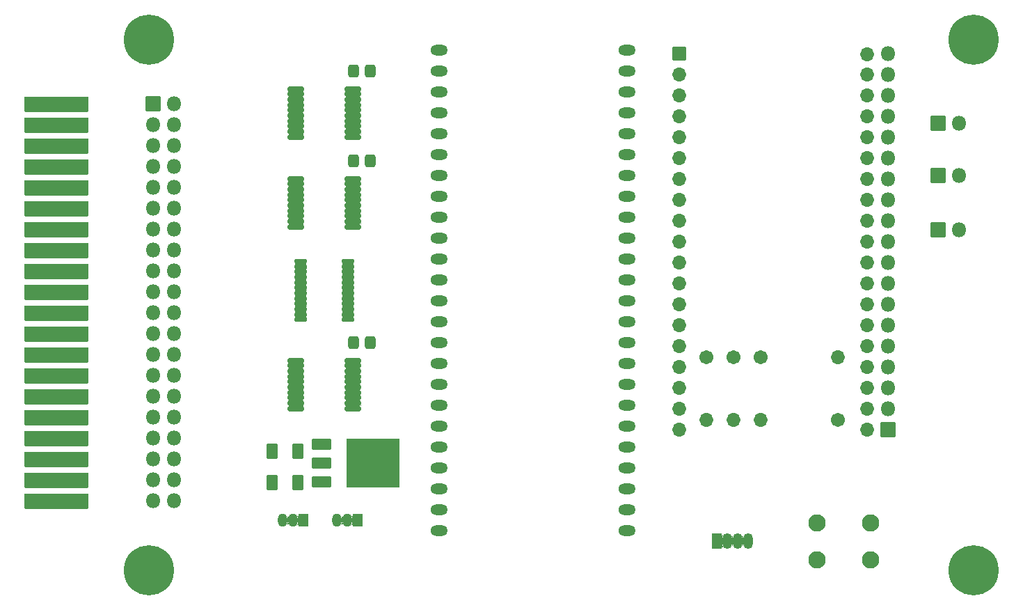
<source format=gbr>
%TF.GenerationSoftware,KiCad,Pcbnew,(6.0.5)*%
%TF.CreationDate,2022-06-11T22:07:09-07:00*%
%TF.ProjectId,TRS-IO-M1,5452532d-494f-42d4-9d31-2e6b69636164,rev?*%
%TF.SameCoordinates,Original*%
%TF.FileFunction,Soldermask,Top*%
%TF.FilePolarity,Negative*%
%FSLAX46Y46*%
G04 Gerber Fmt 4.6, Leading zero omitted, Abs format (unit mm)*
G04 Created by KiCad (PCBNEW (6.0.5)) date 2022-06-11 22:07:09*
%MOMM*%
%LPD*%
G01*
G04 APERTURE LIST*
G04 Aperture macros list*
%AMRoundRect*
0 Rectangle with rounded corners*
0 $1 Rounding radius*
0 $2 $3 $4 $5 $6 $7 $8 $9 X,Y pos of 4 corners*
0 Add a 4 corners polygon primitive as box body*
4,1,4,$2,$3,$4,$5,$6,$7,$8,$9,$2,$3,0*
0 Add four circle primitives for the rounded corners*
1,1,$1+$1,$2,$3*
1,1,$1+$1,$4,$5*
1,1,$1+$1,$6,$7*
1,1,$1+$1,$8,$9*
0 Add four rect primitives between the rounded corners*
20,1,$1+$1,$2,$3,$4,$5,0*
20,1,$1+$1,$4,$5,$6,$7,0*
20,1,$1+$1,$6,$7,$8,$9,0*
20,1,$1+$1,$8,$9,$2,$3,0*%
G04 Aperture macros list end*
%ADD10RoundRect,0.051000X0.850000X0.850000X-0.850000X0.850000X-0.850000X-0.850000X0.850000X-0.850000X0*%
%ADD11O,1.802000X1.802000*%
%ADD12RoundRect,0.051000X-0.850000X-0.850000X0.850000X-0.850000X0.850000X0.850000X-0.850000X0.850000X0*%
%ADD13RoundRect,0.051000X3.810000X-0.889000X3.810000X0.889000X-3.810000X0.889000X-3.810000X-0.889000X0*%
%ADD14C,6.102000*%
%ADD15C,0.902000*%
%ADD16C,1.702000*%
%ADD17O,1.702000X1.702000*%
%ADD18RoundRect,0.301000X-0.337500X-0.475000X0.337500X-0.475000X0.337500X0.475000X-0.337500X0.475000X0*%
%ADD19O,2.102000X1.302000*%
%ADD20RoundRect,0.151000X-0.637500X-0.100000X0.637500X-0.100000X0.637500X0.100000X-0.637500X0.100000X0*%
%ADD21RoundRect,0.051000X0.525000X0.750000X-0.525000X0.750000X-0.525000X-0.750000X0.525000X-0.750000X0*%
%ADD22O,1.152000X1.602000*%
%ADD23RoundRect,0.051000X0.850000X-0.850000X0.850000X0.850000X-0.850000X0.850000X-0.850000X-0.850000X0*%
%ADD24RoundRect,0.051000X-1.100000X-0.600000X1.100000X-0.600000X1.100000X0.600000X-1.100000X0.600000X0*%
%ADD25RoundRect,0.051000X-3.200000X-2.900000X3.200000X-2.900000X3.200000X2.900000X-3.200000X2.900000X0*%
%ADD26RoundRect,0.051000X-0.800000X-0.800000X0.800000X-0.800000X0.800000X0.800000X-0.800000X0.800000X0*%
%ADD27RoundRect,0.301000X0.412500X0.650000X-0.412500X0.650000X-0.412500X-0.650000X0.412500X-0.650000X0*%
%ADD28RoundRect,0.176000X-0.825000X-0.125000X0.825000X-0.125000X0.825000X0.125000X-0.825000X0.125000X0*%
%ADD29O,1.172000X1.902000*%
%ADD30RoundRect,0.051000X-0.535000X-0.900000X0.535000X-0.900000X0.535000X0.900000X-0.535000X0.900000X0*%
%ADD31C,2.102000*%
G04 APERTURE END LIST*
D10*
%TO.C,J6*%
X208280000Y-108370000D03*
D11*
X208280000Y-105830000D03*
X208280000Y-103290000D03*
X208280000Y-100750000D03*
X208280000Y-98210000D03*
X208280000Y-95670000D03*
X208280000Y-93130000D03*
X208280000Y-90590000D03*
X208280000Y-88050000D03*
X208280000Y-85510000D03*
X208280000Y-82970000D03*
X208280000Y-80430000D03*
X208280000Y-77890000D03*
X208280000Y-75350000D03*
X208280000Y-72810000D03*
X208280000Y-70270000D03*
X208280000Y-67730000D03*
X208280000Y-65190000D03*
X208280000Y-62650000D03*
%TD*%
D12*
%TO.C,J1*%
X118839000Y-68759200D03*
D11*
X121379000Y-68759200D03*
X118839000Y-71299200D03*
X121379000Y-71299200D03*
X118839000Y-73839200D03*
X121379000Y-73839200D03*
X118839000Y-76379200D03*
X121379000Y-76379200D03*
X118839000Y-78919200D03*
X121379000Y-78919200D03*
X118839000Y-81459200D03*
X121379000Y-81459200D03*
X118839000Y-83999200D03*
X121379000Y-83999200D03*
X118839000Y-86539200D03*
X121379000Y-86539200D03*
X118839000Y-89079200D03*
X121379000Y-89079200D03*
X118839000Y-91619200D03*
X121379000Y-91619200D03*
X118839000Y-94159200D03*
X121379000Y-94159200D03*
X118839000Y-96699200D03*
X121379000Y-96699200D03*
X118839000Y-99239200D03*
X121379000Y-99239200D03*
X118839000Y-101779200D03*
X121379000Y-101779200D03*
X118839000Y-104319200D03*
X121379000Y-104319200D03*
X118839000Y-106859200D03*
X121379000Y-106859200D03*
X118839000Y-109399200D03*
X121379000Y-109399200D03*
X118839000Y-111939200D03*
X121379000Y-111939200D03*
X118839000Y-114479200D03*
X121379000Y-114479200D03*
X118839000Y-117019200D03*
X121379000Y-117019200D03*
%TD*%
D13*
%TO.C,J2*%
X107061000Y-68783200D03*
X107061000Y-71323200D03*
X107061000Y-73863200D03*
X107061000Y-76403200D03*
X107061000Y-78943200D03*
X107061000Y-81483200D03*
X107061000Y-84023200D03*
X107061000Y-86563200D03*
X107061000Y-89103200D03*
X107061000Y-91643200D03*
X107061000Y-94183200D03*
X107061000Y-96723200D03*
X107061000Y-99263200D03*
X107061000Y-101803200D03*
X107061000Y-104343200D03*
X107061000Y-106883200D03*
X107061000Y-109423200D03*
X107061000Y-111963200D03*
X107061000Y-114503200D03*
X107061000Y-117043200D03*
%TD*%
D14*
%TO.C,H1*%
X118364000Y-60960000D03*
D15*
X119954990Y-62550990D03*
X116773010Y-59369010D03*
X120614000Y-60960000D03*
X118364000Y-58710000D03*
X116114000Y-60960000D03*
X118364000Y-63210000D03*
X119954990Y-59369010D03*
X116773010Y-62550990D03*
%TD*%
%TO.C,H2*%
X220284990Y-62550990D03*
X220944000Y-60960000D03*
D14*
X218694000Y-60960000D03*
D15*
X216444000Y-60960000D03*
X217103010Y-62550990D03*
X217103010Y-59369010D03*
X220284990Y-59369010D03*
X218694000Y-63210000D03*
X218694000Y-58710000D03*
%TD*%
%TO.C,H3*%
X120614000Y-125476000D03*
X118364000Y-127726000D03*
X119954990Y-123885010D03*
X116773010Y-127066990D03*
D14*
X118364000Y-125476000D03*
D15*
X116114000Y-125476000D03*
X118364000Y-123226000D03*
X119954990Y-127066990D03*
X116773010Y-123885010D03*
%TD*%
%TO.C,H4*%
X220284990Y-123885010D03*
X216444000Y-125476000D03*
X220284990Y-127066990D03*
X218694000Y-127726000D03*
X217103010Y-123885010D03*
X220944000Y-125476000D03*
X218694000Y-123226000D03*
X217103010Y-127066990D03*
D14*
X218694000Y-125476000D03*
%TD*%
D16*
%TO.C,R1*%
X186182000Y-99568000D03*
D17*
X186182000Y-107188000D03*
%TD*%
D16*
%TO.C,R2*%
X192786000Y-99568000D03*
D17*
X192786000Y-107188000D03*
%TD*%
D18*
%TO.C,C2*%
X143234500Y-75692000D03*
X145309500Y-75692000D03*
%TD*%
D19*
%TO.C,U5*%
X153650000Y-62230000D03*
X153650000Y-64770000D03*
X153650000Y-67310000D03*
X153650000Y-69850000D03*
X153650000Y-72390000D03*
X153650000Y-74930000D03*
X153650000Y-77470000D03*
X153650000Y-80010000D03*
X153650000Y-82550000D03*
X153650000Y-85090000D03*
X153650000Y-87630000D03*
X153650000Y-90170000D03*
X153650000Y-92710000D03*
X153650000Y-95250000D03*
X153650000Y-97790000D03*
X153650000Y-100330000D03*
X153650000Y-102870000D03*
X153650000Y-105410000D03*
X153650000Y-107950000D03*
X153650000Y-110490000D03*
X153650000Y-113030000D03*
X153650000Y-115570000D03*
X153650000Y-118110000D03*
X153650000Y-120650000D03*
X176550000Y-120650000D03*
X176550000Y-118110000D03*
X176550000Y-115570000D03*
X176550000Y-113030000D03*
X176550000Y-110490000D03*
X176550000Y-107950000D03*
X176550000Y-105410000D03*
X176550000Y-102870000D03*
X176550000Y-100330000D03*
X176550000Y-97790000D03*
X176550000Y-95250000D03*
X176550000Y-92710000D03*
X176550000Y-90170000D03*
X176550000Y-87630000D03*
X176550000Y-85090000D03*
X176550000Y-82550000D03*
X176550000Y-80010000D03*
X176550000Y-77470000D03*
X176550000Y-74930000D03*
X176550000Y-72390000D03*
X176550000Y-69850000D03*
X176550000Y-67310000D03*
X176550000Y-64770000D03*
X176550000Y-62230000D03*
%TD*%
D20*
%TO.C,U1*%
X136837500Y-87865000D03*
X136837500Y-88515000D03*
X136837500Y-89165000D03*
X136837500Y-89815000D03*
X136837500Y-90465000D03*
X136837500Y-91115000D03*
X136837500Y-91765000D03*
X136837500Y-92415000D03*
X136837500Y-93065000D03*
X136837500Y-93715000D03*
X136837500Y-94365000D03*
X136837500Y-95015000D03*
X142562500Y-95015000D03*
X142562500Y-94365000D03*
X142562500Y-93715000D03*
X142562500Y-93065000D03*
X142562500Y-92415000D03*
X142562500Y-91765000D03*
X142562500Y-91115000D03*
X142562500Y-90465000D03*
X142562500Y-89815000D03*
X142562500Y-89165000D03*
X142562500Y-88515000D03*
X142562500Y-87865000D03*
%TD*%
D18*
%TO.C,C1*%
X143234500Y-64770000D03*
X145309500Y-64770000D03*
%TD*%
D21*
%TO.C,Q2*%
X143764000Y-119380000D03*
D22*
X142494000Y-119380000D03*
X141224000Y-119380000D03*
%TD*%
D23*
%TO.C,J4*%
X214371000Y-71120000D03*
D11*
X216911000Y-71120000D03*
%TD*%
D24*
%TO.C,U8*%
X139310000Y-110115000D03*
D25*
X145610000Y-112395000D03*
D24*
X139310000Y-112395000D03*
X139310000Y-114675000D03*
%TD*%
D26*
%TO.C,U6*%
X182880000Y-62645000D03*
D17*
X182880000Y-65185000D03*
X182880000Y-67725000D03*
X182880000Y-70265000D03*
X182880000Y-72805000D03*
X182880000Y-75345000D03*
X182880000Y-77885000D03*
X182880000Y-80425000D03*
X182880000Y-82965000D03*
X182880000Y-85505000D03*
X182880000Y-88045000D03*
X182880000Y-90585000D03*
X182880000Y-93125000D03*
X182880000Y-95665000D03*
X182880000Y-98205000D03*
X182880000Y-100745000D03*
X182880000Y-103285000D03*
X182880000Y-105825000D03*
X182880000Y-108365000D03*
X205740000Y-108365000D03*
X205740000Y-105825000D03*
X205740000Y-103285000D03*
X205740000Y-100745000D03*
X205740000Y-98205000D03*
X205740000Y-95665000D03*
X205740000Y-93125000D03*
X205740000Y-90585000D03*
X205740000Y-88045000D03*
X205740000Y-85505000D03*
X205740000Y-82965000D03*
X205740000Y-80425000D03*
X205740000Y-77885000D03*
X205740000Y-75345000D03*
X205740000Y-72805000D03*
X205740000Y-70265000D03*
X205740000Y-67725000D03*
X205740000Y-65185000D03*
X205740000Y-62708500D03*
%TD*%
D16*
%TO.C,R4*%
X202184000Y-107188000D03*
D17*
X202184000Y-99568000D03*
%TD*%
D23*
%TO.C,J5*%
X214376000Y-84074000D03*
D11*
X216916000Y-84074000D03*
%TD*%
D18*
%TO.C,C3*%
X143234500Y-97790000D03*
X145309500Y-97790000D03*
%TD*%
D23*
%TO.C,J3*%
X214371000Y-77470000D03*
D11*
X216911000Y-77470000D03*
%TD*%
D27*
%TO.C,C4*%
X136436500Y-110998000D03*
X133311500Y-110998000D03*
%TD*%
D16*
%TO.C,R3*%
X189484000Y-99568000D03*
D17*
X189484000Y-107188000D03*
%TD*%
D28*
%TO.C,U2*%
X136200000Y-66925000D03*
X136200000Y-67575000D03*
X136200000Y-68225000D03*
X136200000Y-68875000D03*
X136200000Y-69525000D03*
X136200000Y-70175000D03*
X136200000Y-70825000D03*
X136200000Y-71475000D03*
X136200000Y-72125000D03*
X136200000Y-72775000D03*
X143200000Y-72775000D03*
X143200000Y-72125000D03*
X143200000Y-71475000D03*
X143200000Y-70825000D03*
X143200000Y-70175000D03*
X143200000Y-69525000D03*
X143200000Y-68875000D03*
X143200000Y-68225000D03*
X143200000Y-67575000D03*
X143200000Y-66925000D03*
%TD*%
D29*
%TO.C,D1*%
X191262000Y-121920000D03*
X189992000Y-121920000D03*
X188722000Y-121920000D03*
D30*
X187452000Y-121920000D03*
%TD*%
D28*
%TO.C,U3*%
X136200000Y-99945000D03*
X136200000Y-100595000D03*
X136200000Y-101245000D03*
X136200000Y-101895000D03*
X136200000Y-102545000D03*
X136200000Y-103195000D03*
X136200000Y-103845000D03*
X136200000Y-104495000D03*
X136200000Y-105145000D03*
X136200000Y-105795000D03*
X143200000Y-105795000D03*
X143200000Y-105145000D03*
X143200000Y-104495000D03*
X143200000Y-103845000D03*
X143200000Y-103195000D03*
X143200000Y-102545000D03*
X143200000Y-101895000D03*
X143200000Y-101245000D03*
X143200000Y-100595000D03*
X143200000Y-99945000D03*
%TD*%
D21*
%TO.C,Q1*%
X137160000Y-119380000D03*
D22*
X135890000Y-119380000D03*
X134620000Y-119380000D03*
%TD*%
D31*
%TO.C,SW1*%
X199616000Y-119706000D03*
X206116000Y-119706000D03*
X199616000Y-124206000D03*
X206116000Y-124206000D03*
%TD*%
D28*
%TO.C,U4*%
X136200000Y-77847000D03*
X136200000Y-78497000D03*
X136200000Y-79147000D03*
X136200000Y-79797000D03*
X136200000Y-80447000D03*
X136200000Y-81097000D03*
X136200000Y-81747000D03*
X136200000Y-82397000D03*
X136200000Y-83047000D03*
X136200000Y-83697000D03*
X143200000Y-83697000D03*
X143200000Y-83047000D03*
X143200000Y-82397000D03*
X143200000Y-81747000D03*
X143200000Y-81097000D03*
X143200000Y-80447000D03*
X143200000Y-79797000D03*
X143200000Y-79147000D03*
X143200000Y-78497000D03*
X143200000Y-77847000D03*
%TD*%
D27*
%TO.C,C5*%
X136436500Y-114808000D03*
X133311500Y-114808000D03*
%TD*%
G36*
X188039919Y-121122267D02*
G01*
X188059595Y-121189279D01*
X188111938Y-121234634D01*
X188180491Y-121244491D01*
X188243647Y-121215648D01*
X188263702Y-121193450D01*
X188285559Y-121162350D01*
X188285880Y-121161993D01*
X188294637Y-121154354D01*
X188296600Y-121153969D01*
X188297915Y-121155476D01*
X188297539Y-121157079D01*
X188216255Y-121263010D01*
X188157916Y-121403854D01*
X188138000Y-121555132D01*
X188138000Y-122284868D01*
X188157916Y-122436146D01*
X188216255Y-122576990D01*
X188295646Y-122680455D01*
X188295907Y-122682438D01*
X188294320Y-122683656D01*
X188292728Y-122683166D01*
X188281790Y-122673420D01*
X188281473Y-122673060D01*
X188264528Y-122648406D01*
X188210578Y-122604506D01*
X188141750Y-122596775D01*
X188079671Y-122627481D01*
X188043962Y-122687018D01*
X188039984Y-122718092D01*
X188038772Y-122719683D01*
X188036788Y-122719429D01*
X188036000Y-122717838D01*
X188036000Y-121122830D01*
X188037000Y-121121098D01*
X188039000Y-121121098D01*
X188039919Y-121122267D01*
G37*
G36*
X189481359Y-121273141D02*
G01*
X189481393Y-121274748D01*
X189427916Y-121403854D01*
X189408000Y-121555132D01*
X189408000Y-122284868D01*
X189427916Y-122436146D01*
X189480204Y-122562380D01*
X189479943Y-122564363D01*
X189478095Y-122565128D01*
X189476708Y-122564278D01*
X189463993Y-122545778D01*
X189463466Y-122545820D01*
X189462730Y-122545220D01*
X189429864Y-122501704D01*
X189364869Y-122477778D01*
X189297259Y-122492789D01*
X189248329Y-122542137D01*
X189242003Y-122555800D01*
X189239504Y-122562209D01*
X189239277Y-122562633D01*
X189236091Y-122567167D01*
X189234277Y-122568009D01*
X189232641Y-122566859D01*
X189232607Y-122565252D01*
X189286084Y-122436146D01*
X189306000Y-122284868D01*
X189306000Y-121555132D01*
X189286084Y-121403854D01*
X189233796Y-121277620D01*
X189234057Y-121275637D01*
X189235905Y-121274872D01*
X189237292Y-121275722D01*
X189250007Y-121294222D01*
X189250534Y-121294180D01*
X189251270Y-121294780D01*
X189284136Y-121338296D01*
X189349131Y-121362222D01*
X189416741Y-121347211D01*
X189465671Y-121297863D01*
X189471997Y-121284200D01*
X189474496Y-121277791D01*
X189474723Y-121277367D01*
X189477909Y-121272833D01*
X189479723Y-121271991D01*
X189481359Y-121273141D01*
G37*
G36*
X190751359Y-121273141D02*
G01*
X190751393Y-121274748D01*
X190697916Y-121403854D01*
X190678000Y-121555132D01*
X190678000Y-122284868D01*
X190697916Y-122436146D01*
X190750204Y-122562380D01*
X190749943Y-122564363D01*
X190748095Y-122565128D01*
X190746708Y-122564278D01*
X190733993Y-122545778D01*
X190733466Y-122545820D01*
X190732730Y-122545220D01*
X190699864Y-122501704D01*
X190634869Y-122477778D01*
X190567259Y-122492789D01*
X190518329Y-122542137D01*
X190512003Y-122555800D01*
X190509504Y-122562209D01*
X190509277Y-122562633D01*
X190506091Y-122567167D01*
X190504277Y-122568009D01*
X190502641Y-122566859D01*
X190502607Y-122565252D01*
X190556084Y-122436146D01*
X190576000Y-122284868D01*
X190576000Y-121555132D01*
X190556084Y-121403854D01*
X190503796Y-121277620D01*
X190504057Y-121275637D01*
X190505905Y-121274872D01*
X190507292Y-121275722D01*
X190520007Y-121294222D01*
X190520534Y-121294180D01*
X190521270Y-121294780D01*
X190554136Y-121338296D01*
X190619131Y-121362222D01*
X190686741Y-121347211D01*
X190735671Y-121297863D01*
X190741997Y-121284200D01*
X190744496Y-121277791D01*
X190744723Y-121277367D01*
X190747909Y-121272833D01*
X190749723Y-121271991D01*
X190751359Y-121273141D01*
G37*
G36*
X136585212Y-118752649D02*
G01*
X136586000Y-118754240D01*
X136586000Y-120005678D01*
X136585000Y-120007410D01*
X136583000Y-120007410D01*
X136582081Y-120006241D01*
X136562405Y-119939229D01*
X136510062Y-119893874D01*
X136441509Y-119884017D01*
X136378352Y-119912860D01*
X136363437Y-119929370D01*
X136361534Y-119929985D01*
X136360050Y-119928644D01*
X136360366Y-119926811D01*
X136387085Y-119891990D01*
X136444424Y-119753558D01*
X136464000Y-119604868D01*
X136464000Y-119155132D01*
X136444424Y-119006442D01*
X136387085Y-118868010D01*
X136356125Y-118827662D01*
X136355864Y-118825679D01*
X136357451Y-118824461D01*
X136358974Y-118824893D01*
X136411421Y-118867572D01*
X136480249Y-118875303D01*
X136542328Y-118844598D01*
X136578038Y-118785061D01*
X136582016Y-118753986D01*
X136583228Y-118752395D01*
X136585212Y-118752649D01*
G37*
G36*
X143189212Y-118752649D02*
G01*
X143190000Y-118754240D01*
X143190000Y-120005678D01*
X143189000Y-120007410D01*
X143187000Y-120007410D01*
X143186081Y-120006241D01*
X143166405Y-119939229D01*
X143114062Y-119893874D01*
X143045509Y-119884017D01*
X142982352Y-119912860D01*
X142967437Y-119929370D01*
X142965534Y-119929985D01*
X142964050Y-119928644D01*
X142964366Y-119926811D01*
X142991085Y-119891990D01*
X143048424Y-119753558D01*
X143068000Y-119604868D01*
X143068000Y-119155132D01*
X143048424Y-119006442D01*
X142991085Y-118868010D01*
X142960125Y-118827662D01*
X142959864Y-118825679D01*
X142961451Y-118824461D01*
X142962974Y-118824893D01*
X143015421Y-118867572D01*
X143084249Y-118875303D01*
X143146328Y-118844598D01*
X143182038Y-118785061D01*
X143186016Y-118753986D01*
X143187228Y-118752395D01*
X143189212Y-118752649D01*
G37*
G36*
X135388076Y-118878004D02*
G01*
X135388110Y-118879611D01*
X135335576Y-119006442D01*
X135316000Y-119155132D01*
X135316000Y-119604868D01*
X135335576Y-119753558D01*
X135386941Y-119877565D01*
X135386680Y-119879548D01*
X135384832Y-119880313D01*
X135383445Y-119879463D01*
X135378707Y-119872570D01*
X135378484Y-119872144D01*
X135369930Y-119849506D01*
X135328008Y-119794002D01*
X135263013Y-119770075D01*
X135195403Y-119785087D01*
X135146474Y-119834436D01*
X135140149Y-119848094D01*
X135128689Y-119877487D01*
X135128462Y-119877910D01*
X135125374Y-119882304D01*
X135123560Y-119883146D01*
X135121924Y-119881996D01*
X135121890Y-119880389D01*
X135174424Y-119753558D01*
X135194000Y-119604868D01*
X135194000Y-119155132D01*
X135174424Y-119006442D01*
X135123059Y-118882435D01*
X135123320Y-118880452D01*
X135125168Y-118879687D01*
X135126555Y-118880537D01*
X135131293Y-118887430D01*
X135131516Y-118887856D01*
X135140070Y-118910494D01*
X135181992Y-118965998D01*
X135246987Y-118989925D01*
X135314597Y-118974913D01*
X135363526Y-118925564D01*
X135369851Y-118911906D01*
X135381311Y-118882513D01*
X135381538Y-118882090D01*
X135384626Y-118877696D01*
X135386440Y-118876854D01*
X135388076Y-118878004D01*
G37*
G36*
X141992076Y-118878004D02*
G01*
X141992110Y-118879611D01*
X141939576Y-119006442D01*
X141920000Y-119155132D01*
X141920000Y-119604868D01*
X141939576Y-119753558D01*
X141990941Y-119877565D01*
X141990680Y-119879548D01*
X141988832Y-119880313D01*
X141987445Y-119879463D01*
X141982707Y-119872570D01*
X141982484Y-119872144D01*
X141973930Y-119849506D01*
X141932008Y-119794002D01*
X141867013Y-119770075D01*
X141799403Y-119785087D01*
X141750474Y-119834436D01*
X141744149Y-119848094D01*
X141732689Y-119877487D01*
X141732462Y-119877910D01*
X141729374Y-119882304D01*
X141727560Y-119883146D01*
X141725924Y-119881996D01*
X141725890Y-119880389D01*
X141778424Y-119753558D01*
X141798000Y-119604868D01*
X141798000Y-119155132D01*
X141778424Y-119006442D01*
X141727059Y-118882435D01*
X141727320Y-118880452D01*
X141729168Y-118879687D01*
X141730555Y-118880537D01*
X141735293Y-118887430D01*
X141735516Y-118887856D01*
X141744070Y-118910494D01*
X141785992Y-118965998D01*
X141850987Y-118989925D01*
X141918597Y-118974913D01*
X141967526Y-118925564D01*
X141973851Y-118911906D01*
X141985311Y-118882513D01*
X141985538Y-118882090D01*
X141988626Y-118877696D01*
X141990440Y-118876854D01*
X141992076Y-118878004D01*
G37*
G36*
X137149250Y-105395788D02*
G01*
X137149010Y-105396876D01*
X137123353Y-105443961D01*
X137128359Y-105513114D01*
X137146594Y-105541433D01*
X137146690Y-105543431D01*
X137145009Y-105544514D01*
X137143801Y-105544179D01*
X137091573Y-105509282D01*
X137024801Y-105496000D01*
X135375199Y-105496000D01*
X135308427Y-105509282D01*
X135253857Y-105545744D01*
X135251861Y-105545875D01*
X135250750Y-105544212D01*
X135250990Y-105543124D01*
X135276647Y-105496039D01*
X135271641Y-105426886D01*
X135253406Y-105398567D01*
X135253310Y-105396569D01*
X135254991Y-105395486D01*
X135256199Y-105395821D01*
X135308427Y-105430718D01*
X135375199Y-105444000D01*
X137024801Y-105444000D01*
X137091573Y-105430718D01*
X137146143Y-105394256D01*
X137148139Y-105394125D01*
X137149250Y-105395788D01*
G37*
G36*
X144149250Y-105395788D02*
G01*
X144149010Y-105396876D01*
X144123353Y-105443961D01*
X144128359Y-105513114D01*
X144146594Y-105541433D01*
X144146690Y-105543431D01*
X144145009Y-105544514D01*
X144143801Y-105544179D01*
X144091573Y-105509282D01*
X144024801Y-105496000D01*
X142375199Y-105496000D01*
X142308427Y-105509282D01*
X142253857Y-105545744D01*
X142251861Y-105545875D01*
X142250750Y-105544212D01*
X142250990Y-105543124D01*
X142276647Y-105496039D01*
X142271641Y-105426886D01*
X142253406Y-105398567D01*
X142253310Y-105396569D01*
X142254991Y-105395486D01*
X142256199Y-105395821D01*
X142308427Y-105430718D01*
X142375199Y-105444000D01*
X144024801Y-105444000D01*
X144091573Y-105430718D01*
X144146143Y-105394256D01*
X144148139Y-105394125D01*
X144149250Y-105395788D01*
G37*
G36*
X137149250Y-104745788D02*
G01*
X137149010Y-104746876D01*
X137123353Y-104793961D01*
X137128359Y-104863114D01*
X137146594Y-104891433D01*
X137146690Y-104893431D01*
X137145009Y-104894514D01*
X137143801Y-104894179D01*
X137091573Y-104859282D01*
X137024801Y-104846000D01*
X135375199Y-104846000D01*
X135308427Y-104859282D01*
X135253857Y-104895744D01*
X135251861Y-104895875D01*
X135250750Y-104894212D01*
X135250990Y-104893124D01*
X135276647Y-104846039D01*
X135271641Y-104776886D01*
X135253406Y-104748567D01*
X135253310Y-104746569D01*
X135254991Y-104745486D01*
X135256199Y-104745821D01*
X135308427Y-104780718D01*
X135375199Y-104794000D01*
X137024801Y-104794000D01*
X137091573Y-104780718D01*
X137146143Y-104744256D01*
X137148139Y-104744125D01*
X137149250Y-104745788D01*
G37*
G36*
X144149250Y-104745788D02*
G01*
X144149010Y-104746876D01*
X144123353Y-104793961D01*
X144128359Y-104863114D01*
X144146594Y-104891433D01*
X144146690Y-104893431D01*
X144145009Y-104894514D01*
X144143801Y-104894179D01*
X144091573Y-104859282D01*
X144024801Y-104846000D01*
X142375199Y-104846000D01*
X142308427Y-104859282D01*
X142253857Y-104895744D01*
X142251861Y-104895875D01*
X142250750Y-104894212D01*
X142250990Y-104893124D01*
X142276647Y-104846039D01*
X142271641Y-104776886D01*
X142253406Y-104748567D01*
X142253310Y-104746569D01*
X142254991Y-104745486D01*
X142256199Y-104745821D01*
X142308427Y-104780718D01*
X142375199Y-104794000D01*
X144024801Y-104794000D01*
X144091573Y-104780718D01*
X144146143Y-104744256D01*
X144148139Y-104744125D01*
X144149250Y-104745788D01*
G37*
G36*
X137149250Y-104095788D02*
G01*
X137149010Y-104096876D01*
X137123353Y-104143961D01*
X137128359Y-104213114D01*
X137146594Y-104241433D01*
X137146690Y-104243431D01*
X137145009Y-104244514D01*
X137143801Y-104244179D01*
X137091573Y-104209282D01*
X137024801Y-104196000D01*
X135375199Y-104196000D01*
X135308427Y-104209282D01*
X135253857Y-104245744D01*
X135251861Y-104245875D01*
X135250750Y-104244212D01*
X135250990Y-104243124D01*
X135276647Y-104196039D01*
X135271641Y-104126886D01*
X135253406Y-104098567D01*
X135253310Y-104096569D01*
X135254991Y-104095486D01*
X135256199Y-104095821D01*
X135308427Y-104130718D01*
X135375199Y-104144000D01*
X137024801Y-104144000D01*
X137091573Y-104130718D01*
X137146143Y-104094256D01*
X137148139Y-104094125D01*
X137149250Y-104095788D01*
G37*
G36*
X144149250Y-104095788D02*
G01*
X144149010Y-104096876D01*
X144123353Y-104143961D01*
X144128359Y-104213114D01*
X144146594Y-104241433D01*
X144146690Y-104243431D01*
X144145009Y-104244514D01*
X144143801Y-104244179D01*
X144091573Y-104209282D01*
X144024801Y-104196000D01*
X142375199Y-104196000D01*
X142308427Y-104209282D01*
X142253857Y-104245744D01*
X142251861Y-104245875D01*
X142250750Y-104244212D01*
X142250990Y-104243124D01*
X142276647Y-104196039D01*
X142271641Y-104126886D01*
X142253406Y-104098567D01*
X142253310Y-104096569D01*
X142254991Y-104095486D01*
X142256199Y-104095821D01*
X142308427Y-104130718D01*
X142375199Y-104144000D01*
X144024801Y-104144000D01*
X144091573Y-104130718D01*
X144146143Y-104094256D01*
X144148139Y-104094125D01*
X144149250Y-104095788D01*
G37*
G36*
X137149250Y-103445788D02*
G01*
X137149010Y-103446876D01*
X137123353Y-103493961D01*
X137128359Y-103563114D01*
X137146594Y-103591433D01*
X137146690Y-103593431D01*
X137145009Y-103594514D01*
X137143801Y-103594179D01*
X137091573Y-103559282D01*
X137024801Y-103546000D01*
X135375199Y-103546000D01*
X135308427Y-103559282D01*
X135253857Y-103595744D01*
X135251861Y-103595875D01*
X135250750Y-103594212D01*
X135250990Y-103593124D01*
X135276647Y-103546039D01*
X135271641Y-103476886D01*
X135253406Y-103448567D01*
X135253310Y-103446569D01*
X135254991Y-103445486D01*
X135256199Y-103445821D01*
X135308427Y-103480718D01*
X135375199Y-103494000D01*
X137024801Y-103494000D01*
X137091573Y-103480718D01*
X137146143Y-103444256D01*
X137148139Y-103444125D01*
X137149250Y-103445788D01*
G37*
G36*
X144149250Y-103445788D02*
G01*
X144149010Y-103446876D01*
X144123353Y-103493961D01*
X144128359Y-103563114D01*
X144146594Y-103591433D01*
X144146690Y-103593431D01*
X144145009Y-103594514D01*
X144143801Y-103594179D01*
X144091573Y-103559282D01*
X144024801Y-103546000D01*
X142375199Y-103546000D01*
X142308427Y-103559282D01*
X142253857Y-103595744D01*
X142251861Y-103595875D01*
X142250750Y-103594212D01*
X142250990Y-103593124D01*
X142276647Y-103546039D01*
X142271641Y-103476886D01*
X142253406Y-103448567D01*
X142253310Y-103446569D01*
X142254991Y-103445486D01*
X142256199Y-103445821D01*
X142308427Y-103480718D01*
X142375199Y-103494000D01*
X144024801Y-103494000D01*
X144091573Y-103480718D01*
X144146143Y-103444256D01*
X144148139Y-103444125D01*
X144149250Y-103445788D01*
G37*
G36*
X137149250Y-102795788D02*
G01*
X137149010Y-102796876D01*
X137123353Y-102843961D01*
X137128359Y-102913114D01*
X137146594Y-102941433D01*
X137146690Y-102943431D01*
X137145009Y-102944514D01*
X137143801Y-102944179D01*
X137091573Y-102909282D01*
X137024801Y-102896000D01*
X135375199Y-102896000D01*
X135308427Y-102909282D01*
X135253857Y-102945744D01*
X135251861Y-102945875D01*
X135250750Y-102944212D01*
X135250990Y-102943124D01*
X135276647Y-102896039D01*
X135271641Y-102826886D01*
X135253406Y-102798567D01*
X135253310Y-102796569D01*
X135254991Y-102795486D01*
X135256199Y-102795821D01*
X135308427Y-102830718D01*
X135375199Y-102844000D01*
X137024801Y-102844000D01*
X137091573Y-102830718D01*
X137146143Y-102794256D01*
X137148139Y-102794125D01*
X137149250Y-102795788D01*
G37*
G36*
X144149250Y-102795788D02*
G01*
X144149010Y-102796876D01*
X144123353Y-102843961D01*
X144128359Y-102913114D01*
X144146594Y-102941433D01*
X144146690Y-102943431D01*
X144145009Y-102944514D01*
X144143801Y-102944179D01*
X144091573Y-102909282D01*
X144024801Y-102896000D01*
X142375199Y-102896000D01*
X142308427Y-102909282D01*
X142253857Y-102945744D01*
X142251861Y-102945875D01*
X142250750Y-102944212D01*
X142250990Y-102943124D01*
X142276647Y-102896039D01*
X142271641Y-102826886D01*
X142253406Y-102798567D01*
X142253310Y-102796569D01*
X142254991Y-102795486D01*
X142256199Y-102795821D01*
X142308427Y-102830718D01*
X142375199Y-102844000D01*
X144024801Y-102844000D01*
X144091573Y-102830718D01*
X144146143Y-102794256D01*
X144148139Y-102794125D01*
X144149250Y-102795788D01*
G37*
G36*
X137149250Y-102145788D02*
G01*
X137149010Y-102146876D01*
X137123353Y-102193961D01*
X137128359Y-102263114D01*
X137146594Y-102291433D01*
X137146690Y-102293431D01*
X137145009Y-102294514D01*
X137143801Y-102294179D01*
X137091573Y-102259282D01*
X137024801Y-102246000D01*
X135375199Y-102246000D01*
X135308427Y-102259282D01*
X135253857Y-102295744D01*
X135251861Y-102295875D01*
X135250750Y-102294212D01*
X135250990Y-102293124D01*
X135276647Y-102246039D01*
X135271641Y-102176886D01*
X135253406Y-102148567D01*
X135253310Y-102146569D01*
X135254991Y-102145486D01*
X135256199Y-102145821D01*
X135308427Y-102180718D01*
X135375199Y-102194000D01*
X137024801Y-102194000D01*
X137091573Y-102180718D01*
X137146143Y-102144256D01*
X137148139Y-102144125D01*
X137149250Y-102145788D01*
G37*
G36*
X144149250Y-102145788D02*
G01*
X144149010Y-102146876D01*
X144123353Y-102193961D01*
X144128359Y-102263114D01*
X144146594Y-102291433D01*
X144146690Y-102293431D01*
X144145009Y-102294514D01*
X144143801Y-102294179D01*
X144091573Y-102259282D01*
X144024801Y-102246000D01*
X142375199Y-102246000D01*
X142308427Y-102259282D01*
X142253857Y-102295744D01*
X142251861Y-102295875D01*
X142250750Y-102294212D01*
X142250990Y-102293124D01*
X142276647Y-102246039D01*
X142271641Y-102176886D01*
X142253406Y-102148567D01*
X142253310Y-102146569D01*
X142254991Y-102145486D01*
X142256199Y-102145821D01*
X142308427Y-102180718D01*
X142375199Y-102194000D01*
X144024801Y-102194000D01*
X144091573Y-102180718D01*
X144146143Y-102144256D01*
X144148139Y-102144125D01*
X144149250Y-102145788D01*
G37*
G36*
X144149250Y-101495788D02*
G01*
X144149010Y-101496876D01*
X144123353Y-101543961D01*
X144128359Y-101613114D01*
X144146594Y-101641433D01*
X144146690Y-101643431D01*
X144145009Y-101644514D01*
X144143801Y-101644179D01*
X144091573Y-101609282D01*
X144024801Y-101596000D01*
X142375199Y-101596000D01*
X142308427Y-101609282D01*
X142253857Y-101645744D01*
X142251861Y-101645875D01*
X142250750Y-101644212D01*
X142250990Y-101643124D01*
X142276647Y-101596039D01*
X142271641Y-101526886D01*
X142253406Y-101498567D01*
X142253310Y-101496569D01*
X142254991Y-101495486D01*
X142256199Y-101495821D01*
X142308427Y-101530718D01*
X142375199Y-101544000D01*
X144024801Y-101544000D01*
X144091573Y-101530718D01*
X144146143Y-101494256D01*
X144148139Y-101494125D01*
X144149250Y-101495788D01*
G37*
G36*
X137149250Y-101495788D02*
G01*
X137149010Y-101496876D01*
X137123353Y-101543961D01*
X137128359Y-101613114D01*
X137146594Y-101641433D01*
X137146690Y-101643431D01*
X137145009Y-101644514D01*
X137143801Y-101644179D01*
X137091573Y-101609282D01*
X137024801Y-101596000D01*
X135375199Y-101596000D01*
X135308427Y-101609282D01*
X135253857Y-101645744D01*
X135251861Y-101645875D01*
X135250750Y-101644212D01*
X135250990Y-101643124D01*
X135276647Y-101596039D01*
X135271641Y-101526886D01*
X135253406Y-101498567D01*
X135253310Y-101496569D01*
X135254991Y-101495486D01*
X135256199Y-101495821D01*
X135308427Y-101530718D01*
X135375199Y-101544000D01*
X137024801Y-101544000D01*
X137091573Y-101530718D01*
X137146143Y-101494256D01*
X137148139Y-101494125D01*
X137149250Y-101495788D01*
G37*
G36*
X137149250Y-100845788D02*
G01*
X137149010Y-100846876D01*
X137123353Y-100893961D01*
X137128359Y-100963114D01*
X137146594Y-100991433D01*
X137146690Y-100993431D01*
X137145009Y-100994514D01*
X137143801Y-100994179D01*
X137091573Y-100959282D01*
X137024801Y-100946000D01*
X135375199Y-100946000D01*
X135308427Y-100959282D01*
X135253857Y-100995744D01*
X135251861Y-100995875D01*
X135250750Y-100994212D01*
X135250990Y-100993124D01*
X135276647Y-100946039D01*
X135271641Y-100876886D01*
X135253406Y-100848567D01*
X135253310Y-100846569D01*
X135254991Y-100845486D01*
X135256199Y-100845821D01*
X135308427Y-100880718D01*
X135375199Y-100894000D01*
X137024801Y-100894000D01*
X137091573Y-100880718D01*
X137146143Y-100844256D01*
X137148139Y-100844125D01*
X137149250Y-100845788D01*
G37*
G36*
X144149250Y-100845788D02*
G01*
X144149010Y-100846876D01*
X144123353Y-100893961D01*
X144128359Y-100963114D01*
X144146594Y-100991433D01*
X144146690Y-100993431D01*
X144145009Y-100994514D01*
X144143801Y-100994179D01*
X144091573Y-100959282D01*
X144024801Y-100946000D01*
X142375199Y-100946000D01*
X142308427Y-100959282D01*
X142253857Y-100995744D01*
X142251861Y-100995875D01*
X142250750Y-100994212D01*
X142250990Y-100993124D01*
X142276647Y-100946039D01*
X142271641Y-100876886D01*
X142253406Y-100848567D01*
X142253310Y-100846569D01*
X142254991Y-100845486D01*
X142256199Y-100845821D01*
X142308427Y-100880718D01*
X142375199Y-100894000D01*
X144024801Y-100894000D01*
X144091573Y-100880718D01*
X144146143Y-100844256D01*
X144148139Y-100844125D01*
X144149250Y-100845788D01*
G37*
G36*
X137149250Y-100195788D02*
G01*
X137149010Y-100196876D01*
X137123353Y-100243961D01*
X137128359Y-100313114D01*
X137146594Y-100341433D01*
X137146690Y-100343431D01*
X137145009Y-100344514D01*
X137143801Y-100344179D01*
X137091573Y-100309282D01*
X137024801Y-100296000D01*
X135375199Y-100296000D01*
X135308427Y-100309282D01*
X135253857Y-100345744D01*
X135251861Y-100345875D01*
X135250750Y-100344212D01*
X135250990Y-100343124D01*
X135276647Y-100296039D01*
X135271641Y-100226886D01*
X135253406Y-100198567D01*
X135253310Y-100196569D01*
X135254991Y-100195486D01*
X135256199Y-100195821D01*
X135308427Y-100230718D01*
X135375199Y-100244000D01*
X137024801Y-100244000D01*
X137091573Y-100230718D01*
X137146143Y-100194256D01*
X137148139Y-100194125D01*
X137149250Y-100195788D01*
G37*
G36*
X144149250Y-100195788D02*
G01*
X144149010Y-100196876D01*
X144123353Y-100243961D01*
X144128359Y-100313114D01*
X144146594Y-100341433D01*
X144146690Y-100343431D01*
X144145009Y-100344514D01*
X144143801Y-100344179D01*
X144091573Y-100309282D01*
X144024801Y-100296000D01*
X142375199Y-100296000D01*
X142308427Y-100309282D01*
X142253857Y-100345744D01*
X142251861Y-100345875D01*
X142250750Y-100344212D01*
X142250990Y-100343124D01*
X142276647Y-100296039D01*
X142271641Y-100226886D01*
X142253406Y-100198567D01*
X142253310Y-100196569D01*
X142254991Y-100195486D01*
X142256199Y-100195821D01*
X142308427Y-100230718D01*
X142375199Y-100244000D01*
X144024801Y-100244000D01*
X144091573Y-100230718D01*
X144146143Y-100194256D01*
X144148139Y-100194125D01*
X144149250Y-100195788D01*
G37*
G36*
X143277587Y-94592477D02*
G01*
X143277126Y-94593891D01*
X143237803Y-94640944D01*
X143229170Y-94709660D01*
X143259133Y-94772289D01*
X143267803Y-94779800D01*
X143268457Y-94781690D01*
X143267147Y-94783202D01*
X143265382Y-94782975D01*
X143257006Y-94777379D01*
X143199801Y-94766000D01*
X141925199Y-94766000D01*
X141867994Y-94777379D01*
X141850520Y-94789055D01*
X141848524Y-94789186D01*
X141847413Y-94787523D01*
X141847874Y-94786109D01*
X141887197Y-94739056D01*
X141895830Y-94670340D01*
X141865867Y-94607711D01*
X141857197Y-94600200D01*
X141856543Y-94598310D01*
X141857853Y-94596798D01*
X141859618Y-94597025D01*
X141867994Y-94602621D01*
X141925199Y-94614000D01*
X143199801Y-94614000D01*
X143257006Y-94602621D01*
X143274480Y-94590945D01*
X143276476Y-94590814D01*
X143277587Y-94592477D01*
G37*
G36*
X137552587Y-94592477D02*
G01*
X137552126Y-94593891D01*
X137512803Y-94640944D01*
X137504170Y-94709660D01*
X137534133Y-94772289D01*
X137542803Y-94779800D01*
X137543457Y-94781690D01*
X137542147Y-94783202D01*
X137540382Y-94782975D01*
X137532006Y-94777379D01*
X137474801Y-94766000D01*
X136200199Y-94766000D01*
X136142994Y-94777379D01*
X136125520Y-94789055D01*
X136123524Y-94789186D01*
X136122413Y-94787523D01*
X136122874Y-94786109D01*
X136162197Y-94739056D01*
X136170830Y-94670340D01*
X136140867Y-94607711D01*
X136132197Y-94600200D01*
X136131543Y-94598310D01*
X136132853Y-94596798D01*
X136134618Y-94597025D01*
X136142994Y-94602621D01*
X136200199Y-94614000D01*
X137474801Y-94614000D01*
X137532006Y-94602621D01*
X137549480Y-94590945D01*
X137551476Y-94590814D01*
X137552587Y-94592477D01*
G37*
G36*
X143277587Y-93942477D02*
G01*
X143277126Y-93943891D01*
X143237803Y-93990944D01*
X143229170Y-94059660D01*
X143259133Y-94122289D01*
X143267803Y-94129800D01*
X143268457Y-94131690D01*
X143267147Y-94133202D01*
X143265382Y-94132975D01*
X143257006Y-94127379D01*
X143199801Y-94116000D01*
X141925199Y-94116000D01*
X141867994Y-94127379D01*
X141850520Y-94139055D01*
X141848524Y-94139186D01*
X141847413Y-94137523D01*
X141847874Y-94136109D01*
X141887197Y-94089056D01*
X141895830Y-94020340D01*
X141865867Y-93957711D01*
X141857197Y-93950200D01*
X141856543Y-93948310D01*
X141857853Y-93946798D01*
X141859618Y-93947025D01*
X141867994Y-93952621D01*
X141925199Y-93964000D01*
X143199801Y-93964000D01*
X143257006Y-93952621D01*
X143274480Y-93940945D01*
X143276476Y-93940814D01*
X143277587Y-93942477D01*
G37*
G36*
X137552587Y-93942477D02*
G01*
X137552126Y-93943891D01*
X137512803Y-93990944D01*
X137504170Y-94059660D01*
X137534133Y-94122289D01*
X137542803Y-94129800D01*
X137543457Y-94131690D01*
X137542147Y-94133202D01*
X137540382Y-94132975D01*
X137532006Y-94127379D01*
X137474801Y-94116000D01*
X136200199Y-94116000D01*
X136142994Y-94127379D01*
X136125520Y-94139055D01*
X136123524Y-94139186D01*
X136122413Y-94137523D01*
X136122874Y-94136109D01*
X136162197Y-94089056D01*
X136170830Y-94020340D01*
X136140867Y-93957711D01*
X136132197Y-93950200D01*
X136131543Y-93948310D01*
X136132853Y-93946798D01*
X136134618Y-93947025D01*
X136142994Y-93952621D01*
X136200199Y-93964000D01*
X137474801Y-93964000D01*
X137532006Y-93952621D01*
X137549480Y-93940945D01*
X137551476Y-93940814D01*
X137552587Y-93942477D01*
G37*
G36*
X137552587Y-93292477D02*
G01*
X137552126Y-93293891D01*
X137512803Y-93340944D01*
X137504170Y-93409660D01*
X137534133Y-93472289D01*
X137542803Y-93479800D01*
X137543457Y-93481690D01*
X137542147Y-93483202D01*
X137540382Y-93482975D01*
X137532006Y-93477379D01*
X137474801Y-93466000D01*
X136200199Y-93466000D01*
X136142994Y-93477379D01*
X136125520Y-93489055D01*
X136123524Y-93489186D01*
X136122413Y-93487523D01*
X136122874Y-93486109D01*
X136162197Y-93439056D01*
X136170830Y-93370340D01*
X136140867Y-93307711D01*
X136132197Y-93300200D01*
X136131543Y-93298310D01*
X136132853Y-93296798D01*
X136134618Y-93297025D01*
X136142994Y-93302621D01*
X136200199Y-93314000D01*
X137474801Y-93314000D01*
X137532006Y-93302621D01*
X137549480Y-93290945D01*
X137551476Y-93290814D01*
X137552587Y-93292477D01*
G37*
G36*
X143277587Y-93292477D02*
G01*
X143277126Y-93293891D01*
X143237803Y-93340944D01*
X143229170Y-93409660D01*
X143259133Y-93472289D01*
X143267803Y-93479800D01*
X143268457Y-93481690D01*
X143267147Y-93483202D01*
X143265382Y-93482975D01*
X143257006Y-93477379D01*
X143199801Y-93466000D01*
X141925199Y-93466000D01*
X141867994Y-93477379D01*
X141850520Y-93489055D01*
X141848524Y-93489186D01*
X141847413Y-93487523D01*
X141847874Y-93486109D01*
X141887197Y-93439056D01*
X141895830Y-93370340D01*
X141865867Y-93307711D01*
X141857197Y-93300200D01*
X141856543Y-93298310D01*
X141857853Y-93296798D01*
X141859618Y-93297025D01*
X141867994Y-93302621D01*
X141925199Y-93314000D01*
X143199801Y-93314000D01*
X143257006Y-93302621D01*
X143274480Y-93290945D01*
X143276476Y-93290814D01*
X143277587Y-93292477D01*
G37*
G36*
X137552587Y-92642477D02*
G01*
X137552126Y-92643891D01*
X137512803Y-92690944D01*
X137504170Y-92759660D01*
X137534133Y-92822289D01*
X137542803Y-92829800D01*
X137543457Y-92831690D01*
X137542147Y-92833202D01*
X137540382Y-92832975D01*
X137532006Y-92827379D01*
X137474801Y-92816000D01*
X136200199Y-92816000D01*
X136142994Y-92827379D01*
X136125520Y-92839055D01*
X136123524Y-92839186D01*
X136122413Y-92837523D01*
X136122874Y-92836109D01*
X136162197Y-92789056D01*
X136170830Y-92720340D01*
X136140867Y-92657711D01*
X136132197Y-92650200D01*
X136131543Y-92648310D01*
X136132853Y-92646798D01*
X136134618Y-92647025D01*
X136142994Y-92652621D01*
X136200199Y-92664000D01*
X137474801Y-92664000D01*
X137532006Y-92652621D01*
X137549480Y-92640945D01*
X137551476Y-92640814D01*
X137552587Y-92642477D01*
G37*
G36*
X143277587Y-92642477D02*
G01*
X143277126Y-92643891D01*
X143237803Y-92690944D01*
X143229170Y-92759660D01*
X143259133Y-92822289D01*
X143267803Y-92829800D01*
X143268457Y-92831690D01*
X143267147Y-92833202D01*
X143265382Y-92832975D01*
X143257006Y-92827379D01*
X143199801Y-92816000D01*
X141925199Y-92816000D01*
X141867994Y-92827379D01*
X141850520Y-92839055D01*
X141848524Y-92839186D01*
X141847413Y-92837523D01*
X141847874Y-92836109D01*
X141887197Y-92789056D01*
X141895830Y-92720340D01*
X141865867Y-92657711D01*
X141857197Y-92650200D01*
X141856543Y-92648310D01*
X141857853Y-92646798D01*
X141859618Y-92647025D01*
X141867994Y-92652621D01*
X141925199Y-92664000D01*
X143199801Y-92664000D01*
X143257006Y-92652621D01*
X143274480Y-92640945D01*
X143276476Y-92640814D01*
X143277587Y-92642477D01*
G37*
G36*
X143277587Y-91992477D02*
G01*
X143277126Y-91993891D01*
X143237803Y-92040944D01*
X143229170Y-92109660D01*
X143259133Y-92172289D01*
X143267803Y-92179800D01*
X143268457Y-92181690D01*
X143267147Y-92183202D01*
X143265382Y-92182975D01*
X143257006Y-92177379D01*
X143199801Y-92166000D01*
X141925199Y-92166000D01*
X141867994Y-92177379D01*
X141850520Y-92189055D01*
X141848524Y-92189186D01*
X141847413Y-92187523D01*
X141847874Y-92186109D01*
X141887197Y-92139056D01*
X141895830Y-92070340D01*
X141865867Y-92007711D01*
X141857197Y-92000200D01*
X141856543Y-91998310D01*
X141857853Y-91996798D01*
X141859618Y-91997025D01*
X141867994Y-92002621D01*
X141925199Y-92014000D01*
X143199801Y-92014000D01*
X143257006Y-92002621D01*
X143274480Y-91990945D01*
X143276476Y-91990814D01*
X143277587Y-91992477D01*
G37*
G36*
X137552587Y-91992477D02*
G01*
X137552126Y-91993891D01*
X137512803Y-92040944D01*
X137504170Y-92109660D01*
X137534133Y-92172289D01*
X137542803Y-92179800D01*
X137543457Y-92181690D01*
X137542147Y-92183202D01*
X137540382Y-92182975D01*
X137532006Y-92177379D01*
X137474801Y-92166000D01*
X136200199Y-92166000D01*
X136142994Y-92177379D01*
X136125520Y-92189055D01*
X136123524Y-92189186D01*
X136122413Y-92187523D01*
X136122874Y-92186109D01*
X136162197Y-92139056D01*
X136170830Y-92070340D01*
X136140867Y-92007711D01*
X136132197Y-92000200D01*
X136131543Y-91998310D01*
X136132853Y-91996798D01*
X136134618Y-91997025D01*
X136142994Y-92002621D01*
X136200199Y-92014000D01*
X137474801Y-92014000D01*
X137532006Y-92002621D01*
X137549480Y-91990945D01*
X137551476Y-91990814D01*
X137552587Y-91992477D01*
G37*
G36*
X137552587Y-91342477D02*
G01*
X137552126Y-91343891D01*
X137512803Y-91390944D01*
X137504170Y-91459660D01*
X137534133Y-91522289D01*
X137542803Y-91529800D01*
X137543457Y-91531690D01*
X137542147Y-91533202D01*
X137540382Y-91532975D01*
X137532006Y-91527379D01*
X137474801Y-91516000D01*
X136200199Y-91516000D01*
X136142994Y-91527379D01*
X136125520Y-91539055D01*
X136123524Y-91539186D01*
X136122413Y-91537523D01*
X136122874Y-91536109D01*
X136162197Y-91489056D01*
X136170830Y-91420340D01*
X136140867Y-91357711D01*
X136132197Y-91350200D01*
X136131543Y-91348310D01*
X136132853Y-91346798D01*
X136134618Y-91347025D01*
X136142994Y-91352621D01*
X136200199Y-91364000D01*
X137474801Y-91364000D01*
X137532006Y-91352621D01*
X137549480Y-91340945D01*
X137551476Y-91340814D01*
X137552587Y-91342477D01*
G37*
G36*
X143277587Y-91342477D02*
G01*
X143277126Y-91343891D01*
X143237803Y-91390944D01*
X143229170Y-91459660D01*
X143259133Y-91522289D01*
X143267803Y-91529800D01*
X143268457Y-91531690D01*
X143267147Y-91533202D01*
X143265382Y-91532975D01*
X143257006Y-91527379D01*
X143199801Y-91516000D01*
X141925199Y-91516000D01*
X141867994Y-91527379D01*
X141850520Y-91539055D01*
X141848524Y-91539186D01*
X141847413Y-91537523D01*
X141847874Y-91536109D01*
X141887197Y-91489056D01*
X141895830Y-91420340D01*
X141865867Y-91357711D01*
X141857197Y-91350200D01*
X141856543Y-91348310D01*
X141857853Y-91346798D01*
X141859618Y-91347025D01*
X141867994Y-91352621D01*
X141925199Y-91364000D01*
X143199801Y-91364000D01*
X143257006Y-91352621D01*
X143274480Y-91340945D01*
X143276476Y-91340814D01*
X143277587Y-91342477D01*
G37*
G36*
X137552587Y-90692477D02*
G01*
X137552126Y-90693891D01*
X137512803Y-90740944D01*
X137504170Y-90809660D01*
X137534133Y-90872289D01*
X137542803Y-90879800D01*
X137543457Y-90881690D01*
X137542147Y-90883202D01*
X137540382Y-90882975D01*
X137532006Y-90877379D01*
X137474801Y-90866000D01*
X136200199Y-90866000D01*
X136142994Y-90877379D01*
X136125520Y-90889055D01*
X136123524Y-90889186D01*
X136122413Y-90887523D01*
X136122874Y-90886109D01*
X136162197Y-90839056D01*
X136170830Y-90770340D01*
X136140867Y-90707711D01*
X136132197Y-90700200D01*
X136131543Y-90698310D01*
X136132853Y-90696798D01*
X136134618Y-90697025D01*
X136142994Y-90702621D01*
X136200199Y-90714000D01*
X137474801Y-90714000D01*
X137532006Y-90702621D01*
X137549480Y-90690945D01*
X137551476Y-90690814D01*
X137552587Y-90692477D01*
G37*
G36*
X143277587Y-90692477D02*
G01*
X143277126Y-90693891D01*
X143237803Y-90740944D01*
X143229170Y-90809660D01*
X143259133Y-90872289D01*
X143267803Y-90879800D01*
X143268457Y-90881690D01*
X143267147Y-90883202D01*
X143265382Y-90882975D01*
X143257006Y-90877379D01*
X143199801Y-90866000D01*
X141925199Y-90866000D01*
X141867994Y-90877379D01*
X141850520Y-90889055D01*
X141848524Y-90889186D01*
X141847413Y-90887523D01*
X141847874Y-90886109D01*
X141887197Y-90839056D01*
X141895830Y-90770340D01*
X141865867Y-90707711D01*
X141857197Y-90700200D01*
X141856543Y-90698310D01*
X141857853Y-90696798D01*
X141859618Y-90697025D01*
X141867994Y-90702621D01*
X141925199Y-90714000D01*
X143199801Y-90714000D01*
X143257006Y-90702621D01*
X143274480Y-90690945D01*
X143276476Y-90690814D01*
X143277587Y-90692477D01*
G37*
G36*
X137552587Y-90042477D02*
G01*
X137552126Y-90043891D01*
X137512803Y-90090944D01*
X137504170Y-90159660D01*
X137534133Y-90222289D01*
X137542803Y-90229800D01*
X137543457Y-90231690D01*
X137542147Y-90233202D01*
X137540382Y-90232975D01*
X137532006Y-90227379D01*
X137474801Y-90216000D01*
X136200199Y-90216000D01*
X136142994Y-90227379D01*
X136125520Y-90239055D01*
X136123524Y-90239186D01*
X136122413Y-90237523D01*
X136122874Y-90236109D01*
X136162197Y-90189056D01*
X136170830Y-90120340D01*
X136140867Y-90057711D01*
X136132197Y-90050200D01*
X136131543Y-90048310D01*
X136132853Y-90046798D01*
X136134618Y-90047025D01*
X136142994Y-90052621D01*
X136200199Y-90064000D01*
X137474801Y-90064000D01*
X137532006Y-90052621D01*
X137549480Y-90040945D01*
X137551476Y-90040814D01*
X137552587Y-90042477D01*
G37*
G36*
X143277587Y-90042477D02*
G01*
X143277126Y-90043891D01*
X143237803Y-90090944D01*
X143229170Y-90159660D01*
X143259133Y-90222289D01*
X143267803Y-90229800D01*
X143268457Y-90231690D01*
X143267147Y-90233202D01*
X143265382Y-90232975D01*
X143257006Y-90227379D01*
X143199801Y-90216000D01*
X141925199Y-90216000D01*
X141867994Y-90227379D01*
X141850520Y-90239055D01*
X141848524Y-90239186D01*
X141847413Y-90237523D01*
X141847874Y-90236109D01*
X141887197Y-90189056D01*
X141895830Y-90120340D01*
X141865867Y-90057711D01*
X141857197Y-90050200D01*
X141856543Y-90048310D01*
X141857853Y-90046798D01*
X141859618Y-90047025D01*
X141867994Y-90052621D01*
X141925199Y-90064000D01*
X143199801Y-90064000D01*
X143257006Y-90052621D01*
X143274480Y-90040945D01*
X143276476Y-90040814D01*
X143277587Y-90042477D01*
G37*
G36*
X143277587Y-89392477D02*
G01*
X143277126Y-89393891D01*
X143237803Y-89440944D01*
X143229170Y-89509660D01*
X143259133Y-89572289D01*
X143267803Y-89579800D01*
X143268457Y-89581690D01*
X143267147Y-89583202D01*
X143265382Y-89582975D01*
X143257006Y-89577379D01*
X143199801Y-89566000D01*
X141925199Y-89566000D01*
X141867994Y-89577379D01*
X141850520Y-89589055D01*
X141848524Y-89589186D01*
X141847413Y-89587523D01*
X141847874Y-89586109D01*
X141887197Y-89539056D01*
X141895830Y-89470340D01*
X141865867Y-89407711D01*
X141857197Y-89400200D01*
X141856543Y-89398310D01*
X141857853Y-89396798D01*
X141859618Y-89397025D01*
X141867994Y-89402621D01*
X141925199Y-89414000D01*
X143199801Y-89414000D01*
X143257006Y-89402621D01*
X143274480Y-89390945D01*
X143276476Y-89390814D01*
X143277587Y-89392477D01*
G37*
G36*
X137552587Y-89392477D02*
G01*
X137552126Y-89393891D01*
X137512803Y-89440944D01*
X137504170Y-89509660D01*
X137534133Y-89572289D01*
X137542803Y-89579800D01*
X137543457Y-89581690D01*
X137542147Y-89583202D01*
X137540382Y-89582975D01*
X137532006Y-89577379D01*
X137474801Y-89566000D01*
X136200199Y-89566000D01*
X136142994Y-89577379D01*
X136125520Y-89589055D01*
X136123524Y-89589186D01*
X136122413Y-89587523D01*
X136122874Y-89586109D01*
X136162197Y-89539056D01*
X136170830Y-89470340D01*
X136140867Y-89407711D01*
X136132197Y-89400200D01*
X136131543Y-89398310D01*
X136132853Y-89396798D01*
X136134618Y-89397025D01*
X136142994Y-89402621D01*
X136200199Y-89414000D01*
X137474801Y-89414000D01*
X137532006Y-89402621D01*
X137549480Y-89390945D01*
X137551476Y-89390814D01*
X137552587Y-89392477D01*
G37*
G36*
X137552587Y-88742477D02*
G01*
X137552126Y-88743891D01*
X137512803Y-88790944D01*
X137504170Y-88859660D01*
X137534133Y-88922289D01*
X137542803Y-88929800D01*
X137543457Y-88931690D01*
X137542147Y-88933202D01*
X137540382Y-88932975D01*
X137532006Y-88927379D01*
X137474801Y-88916000D01*
X136200199Y-88916000D01*
X136142994Y-88927379D01*
X136125520Y-88939055D01*
X136123524Y-88939186D01*
X136122413Y-88937523D01*
X136122874Y-88936109D01*
X136162197Y-88889056D01*
X136170830Y-88820340D01*
X136140867Y-88757711D01*
X136132197Y-88750200D01*
X136131543Y-88748310D01*
X136132853Y-88746798D01*
X136134618Y-88747025D01*
X136142994Y-88752621D01*
X136200199Y-88764000D01*
X137474801Y-88764000D01*
X137532006Y-88752621D01*
X137549480Y-88740945D01*
X137551476Y-88740814D01*
X137552587Y-88742477D01*
G37*
G36*
X143277587Y-88742477D02*
G01*
X143277126Y-88743891D01*
X143237803Y-88790944D01*
X143229170Y-88859660D01*
X143259133Y-88922289D01*
X143267803Y-88929800D01*
X143268457Y-88931690D01*
X143267147Y-88933202D01*
X143265382Y-88932975D01*
X143257006Y-88927379D01*
X143199801Y-88916000D01*
X141925199Y-88916000D01*
X141867994Y-88927379D01*
X141850520Y-88939055D01*
X141848524Y-88939186D01*
X141847413Y-88937523D01*
X141847874Y-88936109D01*
X141887197Y-88889056D01*
X141895830Y-88820340D01*
X141865867Y-88757711D01*
X141857197Y-88750200D01*
X141856543Y-88748310D01*
X141857853Y-88746798D01*
X141859618Y-88747025D01*
X141867994Y-88752621D01*
X141925199Y-88764000D01*
X143199801Y-88764000D01*
X143257006Y-88752621D01*
X143274480Y-88740945D01*
X143276476Y-88740814D01*
X143277587Y-88742477D01*
G37*
G36*
X143277587Y-88092477D02*
G01*
X143277126Y-88093891D01*
X143237803Y-88140944D01*
X143229170Y-88209660D01*
X143259133Y-88272289D01*
X143267803Y-88279800D01*
X143268457Y-88281690D01*
X143267147Y-88283202D01*
X143265382Y-88282975D01*
X143257006Y-88277379D01*
X143199801Y-88266000D01*
X141925199Y-88266000D01*
X141867994Y-88277379D01*
X141850520Y-88289055D01*
X141848524Y-88289186D01*
X141847413Y-88287523D01*
X141847874Y-88286109D01*
X141887197Y-88239056D01*
X141895830Y-88170340D01*
X141865867Y-88107711D01*
X141857197Y-88100200D01*
X141856543Y-88098310D01*
X141857853Y-88096798D01*
X141859618Y-88097025D01*
X141867994Y-88102621D01*
X141925199Y-88114000D01*
X143199801Y-88114000D01*
X143257006Y-88102621D01*
X143274480Y-88090945D01*
X143276476Y-88090814D01*
X143277587Y-88092477D01*
G37*
G36*
X137552587Y-88092477D02*
G01*
X137552126Y-88093891D01*
X137512803Y-88140944D01*
X137504170Y-88209660D01*
X137534133Y-88272289D01*
X137542803Y-88279800D01*
X137543457Y-88281690D01*
X137542147Y-88283202D01*
X137540382Y-88282975D01*
X137532006Y-88277379D01*
X137474801Y-88266000D01*
X136200199Y-88266000D01*
X136142994Y-88277379D01*
X136125520Y-88289055D01*
X136123524Y-88289186D01*
X136122413Y-88287523D01*
X136122874Y-88286109D01*
X136162197Y-88239056D01*
X136170830Y-88170340D01*
X136140867Y-88107711D01*
X136132197Y-88100200D01*
X136131543Y-88098310D01*
X136132853Y-88096798D01*
X136134618Y-88097025D01*
X136142994Y-88102621D01*
X136200199Y-88114000D01*
X137474801Y-88114000D01*
X137532006Y-88102621D01*
X137549480Y-88090945D01*
X137551476Y-88090814D01*
X137552587Y-88092477D01*
G37*
G36*
X137149250Y-83297788D02*
G01*
X137149010Y-83298876D01*
X137123353Y-83345961D01*
X137128359Y-83415114D01*
X137146594Y-83443433D01*
X137146690Y-83445431D01*
X137145009Y-83446514D01*
X137143801Y-83446179D01*
X137091573Y-83411282D01*
X137024801Y-83398000D01*
X135375199Y-83398000D01*
X135308427Y-83411282D01*
X135253857Y-83447744D01*
X135251861Y-83447875D01*
X135250750Y-83446212D01*
X135250990Y-83445124D01*
X135276647Y-83398039D01*
X135271641Y-83328886D01*
X135253406Y-83300567D01*
X135253310Y-83298569D01*
X135254991Y-83297486D01*
X135256199Y-83297821D01*
X135308427Y-83332718D01*
X135375199Y-83346000D01*
X137024801Y-83346000D01*
X137091573Y-83332718D01*
X137146143Y-83296256D01*
X137148139Y-83296125D01*
X137149250Y-83297788D01*
G37*
G36*
X144149250Y-83297788D02*
G01*
X144149010Y-83298876D01*
X144123353Y-83345961D01*
X144128359Y-83415114D01*
X144146594Y-83443433D01*
X144146690Y-83445431D01*
X144145009Y-83446514D01*
X144143801Y-83446179D01*
X144091573Y-83411282D01*
X144024801Y-83398000D01*
X142375199Y-83398000D01*
X142308427Y-83411282D01*
X142253857Y-83447744D01*
X142251861Y-83447875D01*
X142250750Y-83446212D01*
X142250990Y-83445124D01*
X142276647Y-83398039D01*
X142271641Y-83328886D01*
X142253406Y-83300567D01*
X142253310Y-83298569D01*
X142254991Y-83297486D01*
X142256199Y-83297821D01*
X142308427Y-83332718D01*
X142375199Y-83346000D01*
X144024801Y-83346000D01*
X144091573Y-83332718D01*
X144146143Y-83296256D01*
X144148139Y-83296125D01*
X144149250Y-83297788D01*
G37*
G36*
X137149250Y-82647788D02*
G01*
X137149010Y-82648876D01*
X137123353Y-82695961D01*
X137128359Y-82765114D01*
X137146594Y-82793433D01*
X137146690Y-82795431D01*
X137145009Y-82796514D01*
X137143801Y-82796179D01*
X137091573Y-82761282D01*
X137024801Y-82748000D01*
X135375199Y-82748000D01*
X135308427Y-82761282D01*
X135253857Y-82797744D01*
X135251861Y-82797875D01*
X135250750Y-82796212D01*
X135250990Y-82795124D01*
X135276647Y-82748039D01*
X135271641Y-82678886D01*
X135253406Y-82650567D01*
X135253310Y-82648569D01*
X135254991Y-82647486D01*
X135256199Y-82647821D01*
X135308427Y-82682718D01*
X135375199Y-82696000D01*
X137024801Y-82696000D01*
X137091573Y-82682718D01*
X137146143Y-82646256D01*
X137148139Y-82646125D01*
X137149250Y-82647788D01*
G37*
G36*
X144149250Y-82647788D02*
G01*
X144149010Y-82648876D01*
X144123353Y-82695961D01*
X144128359Y-82765114D01*
X144146594Y-82793433D01*
X144146690Y-82795431D01*
X144145009Y-82796514D01*
X144143801Y-82796179D01*
X144091573Y-82761282D01*
X144024801Y-82748000D01*
X142375199Y-82748000D01*
X142308427Y-82761282D01*
X142253857Y-82797744D01*
X142251861Y-82797875D01*
X142250750Y-82796212D01*
X142250990Y-82795124D01*
X142276647Y-82748039D01*
X142271641Y-82678886D01*
X142253406Y-82650567D01*
X142253310Y-82648569D01*
X142254991Y-82647486D01*
X142256199Y-82647821D01*
X142308427Y-82682718D01*
X142375199Y-82696000D01*
X144024801Y-82696000D01*
X144091573Y-82682718D01*
X144146143Y-82646256D01*
X144148139Y-82646125D01*
X144149250Y-82647788D01*
G37*
G36*
X144149250Y-81997788D02*
G01*
X144149010Y-81998876D01*
X144123353Y-82045961D01*
X144128359Y-82115114D01*
X144146594Y-82143433D01*
X144146690Y-82145431D01*
X144145009Y-82146514D01*
X144143801Y-82146179D01*
X144091573Y-82111282D01*
X144024801Y-82098000D01*
X142375199Y-82098000D01*
X142308427Y-82111282D01*
X142253857Y-82147744D01*
X142251861Y-82147875D01*
X142250750Y-82146212D01*
X142250990Y-82145124D01*
X142276647Y-82098039D01*
X142271641Y-82028886D01*
X142253406Y-82000567D01*
X142253310Y-81998569D01*
X142254991Y-81997486D01*
X142256199Y-81997821D01*
X142308427Y-82032718D01*
X142375199Y-82046000D01*
X144024801Y-82046000D01*
X144091573Y-82032718D01*
X144146143Y-81996256D01*
X144148139Y-81996125D01*
X144149250Y-81997788D01*
G37*
G36*
X137149250Y-81997788D02*
G01*
X137149010Y-81998876D01*
X137123353Y-82045961D01*
X137128359Y-82115114D01*
X137146594Y-82143433D01*
X137146690Y-82145431D01*
X137145009Y-82146514D01*
X137143801Y-82146179D01*
X137091573Y-82111282D01*
X137024801Y-82098000D01*
X135375199Y-82098000D01*
X135308427Y-82111282D01*
X135253857Y-82147744D01*
X135251861Y-82147875D01*
X135250750Y-82146212D01*
X135250990Y-82145124D01*
X135276647Y-82098039D01*
X135271641Y-82028886D01*
X135253406Y-82000567D01*
X135253310Y-81998569D01*
X135254991Y-81997486D01*
X135256199Y-81997821D01*
X135308427Y-82032718D01*
X135375199Y-82046000D01*
X137024801Y-82046000D01*
X137091573Y-82032718D01*
X137146143Y-81996256D01*
X137148139Y-81996125D01*
X137149250Y-81997788D01*
G37*
G36*
X137149250Y-81347788D02*
G01*
X137149010Y-81348876D01*
X137123353Y-81395961D01*
X137128359Y-81465114D01*
X137146594Y-81493433D01*
X137146690Y-81495431D01*
X137145009Y-81496514D01*
X137143801Y-81496179D01*
X137091573Y-81461282D01*
X137024801Y-81448000D01*
X135375199Y-81448000D01*
X135308427Y-81461282D01*
X135253857Y-81497744D01*
X135251861Y-81497875D01*
X135250750Y-81496212D01*
X135250990Y-81495124D01*
X135276647Y-81448039D01*
X135271641Y-81378886D01*
X135253406Y-81350567D01*
X135253310Y-81348569D01*
X135254991Y-81347486D01*
X135256199Y-81347821D01*
X135308427Y-81382718D01*
X135375199Y-81396000D01*
X137024801Y-81396000D01*
X137091573Y-81382718D01*
X137146143Y-81346256D01*
X137148139Y-81346125D01*
X137149250Y-81347788D01*
G37*
G36*
X144149250Y-81347788D02*
G01*
X144149010Y-81348876D01*
X144123353Y-81395961D01*
X144128359Y-81465114D01*
X144146594Y-81493433D01*
X144146690Y-81495431D01*
X144145009Y-81496514D01*
X144143801Y-81496179D01*
X144091573Y-81461282D01*
X144024801Y-81448000D01*
X142375199Y-81448000D01*
X142308427Y-81461282D01*
X142253857Y-81497744D01*
X142251861Y-81497875D01*
X142250750Y-81496212D01*
X142250990Y-81495124D01*
X142276647Y-81448039D01*
X142271641Y-81378886D01*
X142253406Y-81350567D01*
X142253310Y-81348569D01*
X142254991Y-81347486D01*
X142256199Y-81347821D01*
X142308427Y-81382718D01*
X142375199Y-81396000D01*
X144024801Y-81396000D01*
X144091573Y-81382718D01*
X144146143Y-81346256D01*
X144148139Y-81346125D01*
X144149250Y-81347788D01*
G37*
G36*
X137149250Y-80697788D02*
G01*
X137149010Y-80698876D01*
X137123353Y-80745961D01*
X137128359Y-80815114D01*
X137146594Y-80843433D01*
X137146690Y-80845431D01*
X137145009Y-80846514D01*
X137143801Y-80846179D01*
X137091573Y-80811282D01*
X137024801Y-80798000D01*
X135375199Y-80798000D01*
X135308427Y-80811282D01*
X135253857Y-80847744D01*
X135251861Y-80847875D01*
X135250750Y-80846212D01*
X135250990Y-80845124D01*
X135276647Y-80798039D01*
X135271641Y-80728886D01*
X135253406Y-80700567D01*
X135253310Y-80698569D01*
X135254991Y-80697486D01*
X135256199Y-80697821D01*
X135308427Y-80732718D01*
X135375199Y-80746000D01*
X137024801Y-80746000D01*
X137091573Y-80732718D01*
X137146143Y-80696256D01*
X137148139Y-80696125D01*
X137149250Y-80697788D01*
G37*
G36*
X144149250Y-80697788D02*
G01*
X144149010Y-80698876D01*
X144123353Y-80745961D01*
X144128359Y-80815114D01*
X144146594Y-80843433D01*
X144146690Y-80845431D01*
X144145009Y-80846514D01*
X144143801Y-80846179D01*
X144091573Y-80811282D01*
X144024801Y-80798000D01*
X142375199Y-80798000D01*
X142308427Y-80811282D01*
X142253857Y-80847744D01*
X142251861Y-80847875D01*
X142250750Y-80846212D01*
X142250990Y-80845124D01*
X142276647Y-80798039D01*
X142271641Y-80728886D01*
X142253406Y-80700567D01*
X142253310Y-80698569D01*
X142254991Y-80697486D01*
X142256199Y-80697821D01*
X142308427Y-80732718D01*
X142375199Y-80746000D01*
X144024801Y-80746000D01*
X144091573Y-80732718D01*
X144146143Y-80696256D01*
X144148139Y-80696125D01*
X144149250Y-80697788D01*
G37*
G36*
X144149250Y-80047788D02*
G01*
X144149010Y-80048876D01*
X144123353Y-80095961D01*
X144128359Y-80165114D01*
X144146594Y-80193433D01*
X144146690Y-80195431D01*
X144145009Y-80196514D01*
X144143801Y-80196179D01*
X144091573Y-80161282D01*
X144024801Y-80148000D01*
X142375199Y-80148000D01*
X142308427Y-80161282D01*
X142253857Y-80197744D01*
X142251861Y-80197875D01*
X142250750Y-80196212D01*
X142250990Y-80195124D01*
X142276647Y-80148039D01*
X142271641Y-80078886D01*
X142253406Y-80050567D01*
X142253310Y-80048569D01*
X142254991Y-80047486D01*
X142256199Y-80047821D01*
X142308427Y-80082718D01*
X142375199Y-80096000D01*
X144024801Y-80096000D01*
X144091573Y-80082718D01*
X144146143Y-80046256D01*
X144148139Y-80046125D01*
X144149250Y-80047788D01*
G37*
G36*
X137149250Y-80047788D02*
G01*
X137149010Y-80048876D01*
X137123353Y-80095961D01*
X137128359Y-80165114D01*
X137146594Y-80193433D01*
X137146690Y-80195431D01*
X137145009Y-80196514D01*
X137143801Y-80196179D01*
X137091573Y-80161282D01*
X137024801Y-80148000D01*
X135375199Y-80148000D01*
X135308427Y-80161282D01*
X135253857Y-80197744D01*
X135251861Y-80197875D01*
X135250750Y-80196212D01*
X135250990Y-80195124D01*
X135276647Y-80148039D01*
X135271641Y-80078886D01*
X135253406Y-80050567D01*
X135253310Y-80048569D01*
X135254991Y-80047486D01*
X135256199Y-80047821D01*
X135308427Y-80082718D01*
X135375199Y-80096000D01*
X137024801Y-80096000D01*
X137091573Y-80082718D01*
X137146143Y-80046256D01*
X137148139Y-80046125D01*
X137149250Y-80047788D01*
G37*
G36*
X144149250Y-79397788D02*
G01*
X144149010Y-79398876D01*
X144123353Y-79445961D01*
X144128359Y-79515114D01*
X144146594Y-79543433D01*
X144146690Y-79545431D01*
X144145009Y-79546514D01*
X144143801Y-79546179D01*
X144091573Y-79511282D01*
X144024801Y-79498000D01*
X142375199Y-79498000D01*
X142308427Y-79511282D01*
X142253857Y-79547744D01*
X142251861Y-79547875D01*
X142250750Y-79546212D01*
X142250990Y-79545124D01*
X142276647Y-79498039D01*
X142271641Y-79428886D01*
X142253406Y-79400567D01*
X142253310Y-79398569D01*
X142254991Y-79397486D01*
X142256199Y-79397821D01*
X142308427Y-79432718D01*
X142375199Y-79446000D01*
X144024801Y-79446000D01*
X144091573Y-79432718D01*
X144146143Y-79396256D01*
X144148139Y-79396125D01*
X144149250Y-79397788D01*
G37*
G36*
X137149250Y-79397788D02*
G01*
X137149010Y-79398876D01*
X137123353Y-79445961D01*
X137128359Y-79515114D01*
X137146594Y-79543433D01*
X137146690Y-79545431D01*
X137145009Y-79546514D01*
X137143801Y-79546179D01*
X137091573Y-79511282D01*
X137024801Y-79498000D01*
X135375199Y-79498000D01*
X135308427Y-79511282D01*
X135253857Y-79547744D01*
X135251861Y-79547875D01*
X135250750Y-79546212D01*
X135250990Y-79545124D01*
X135276647Y-79498039D01*
X135271641Y-79428886D01*
X135253406Y-79400567D01*
X135253310Y-79398569D01*
X135254991Y-79397486D01*
X135256199Y-79397821D01*
X135308427Y-79432718D01*
X135375199Y-79446000D01*
X137024801Y-79446000D01*
X137091573Y-79432718D01*
X137146143Y-79396256D01*
X137148139Y-79396125D01*
X137149250Y-79397788D01*
G37*
G36*
X144149250Y-78747788D02*
G01*
X144149010Y-78748876D01*
X144123353Y-78795961D01*
X144128359Y-78865114D01*
X144146594Y-78893433D01*
X144146690Y-78895431D01*
X144145009Y-78896514D01*
X144143801Y-78896179D01*
X144091573Y-78861282D01*
X144024801Y-78848000D01*
X142375199Y-78848000D01*
X142308427Y-78861282D01*
X142253857Y-78897744D01*
X142251861Y-78897875D01*
X142250750Y-78896212D01*
X142250990Y-78895124D01*
X142276647Y-78848039D01*
X142271641Y-78778886D01*
X142253406Y-78750567D01*
X142253310Y-78748569D01*
X142254991Y-78747486D01*
X142256199Y-78747821D01*
X142308427Y-78782718D01*
X142375199Y-78796000D01*
X144024801Y-78796000D01*
X144091573Y-78782718D01*
X144146143Y-78746256D01*
X144148139Y-78746125D01*
X144149250Y-78747788D01*
G37*
G36*
X137149250Y-78747788D02*
G01*
X137149010Y-78748876D01*
X137123353Y-78795961D01*
X137128359Y-78865114D01*
X137146594Y-78893433D01*
X137146690Y-78895431D01*
X137145009Y-78896514D01*
X137143801Y-78896179D01*
X137091573Y-78861282D01*
X137024801Y-78848000D01*
X135375199Y-78848000D01*
X135308427Y-78861282D01*
X135253857Y-78897744D01*
X135251861Y-78897875D01*
X135250750Y-78896212D01*
X135250990Y-78895124D01*
X135276647Y-78848039D01*
X135271641Y-78778886D01*
X135253406Y-78750567D01*
X135253310Y-78748569D01*
X135254991Y-78747486D01*
X135256199Y-78747821D01*
X135308427Y-78782718D01*
X135375199Y-78796000D01*
X137024801Y-78796000D01*
X137091573Y-78782718D01*
X137146143Y-78746256D01*
X137148139Y-78746125D01*
X137149250Y-78747788D01*
G37*
G36*
X137149250Y-78097788D02*
G01*
X137149010Y-78098876D01*
X137123353Y-78145961D01*
X137128359Y-78215114D01*
X137146594Y-78243433D01*
X137146690Y-78245431D01*
X137145009Y-78246514D01*
X137143801Y-78246179D01*
X137091573Y-78211282D01*
X137024801Y-78198000D01*
X135375199Y-78198000D01*
X135308427Y-78211282D01*
X135253857Y-78247744D01*
X135251861Y-78247875D01*
X135250750Y-78246212D01*
X135250990Y-78245124D01*
X135276647Y-78198039D01*
X135271641Y-78128886D01*
X135253406Y-78100567D01*
X135253310Y-78098569D01*
X135254991Y-78097486D01*
X135256199Y-78097821D01*
X135308427Y-78132718D01*
X135375199Y-78146000D01*
X137024801Y-78146000D01*
X137091573Y-78132718D01*
X137146143Y-78096256D01*
X137148139Y-78096125D01*
X137149250Y-78097788D01*
G37*
G36*
X144149250Y-78097788D02*
G01*
X144149010Y-78098876D01*
X144123353Y-78145961D01*
X144128359Y-78215114D01*
X144146594Y-78243433D01*
X144146690Y-78245431D01*
X144145009Y-78246514D01*
X144143801Y-78246179D01*
X144091573Y-78211282D01*
X144024801Y-78198000D01*
X142375199Y-78198000D01*
X142308427Y-78211282D01*
X142253857Y-78247744D01*
X142251861Y-78247875D01*
X142250750Y-78246212D01*
X142250990Y-78245124D01*
X142276647Y-78198039D01*
X142271641Y-78128886D01*
X142253406Y-78100567D01*
X142253310Y-78098569D01*
X142254991Y-78097486D01*
X142256199Y-78097821D01*
X142308427Y-78132718D01*
X142375199Y-78146000D01*
X144024801Y-78146000D01*
X144091573Y-78132718D01*
X144146143Y-78096256D01*
X144148139Y-78096125D01*
X144149250Y-78097788D01*
G37*
G36*
X137149250Y-72375788D02*
G01*
X137149010Y-72376876D01*
X137123353Y-72423961D01*
X137128359Y-72493114D01*
X137146594Y-72521433D01*
X137146690Y-72523431D01*
X137145009Y-72524514D01*
X137143801Y-72524179D01*
X137091573Y-72489282D01*
X137024801Y-72476000D01*
X135375199Y-72476000D01*
X135308427Y-72489282D01*
X135253857Y-72525744D01*
X135251861Y-72525875D01*
X135250750Y-72524212D01*
X135250990Y-72523124D01*
X135276647Y-72476039D01*
X135271641Y-72406886D01*
X135253406Y-72378567D01*
X135253310Y-72376569D01*
X135254991Y-72375486D01*
X135256199Y-72375821D01*
X135308427Y-72410718D01*
X135375199Y-72424000D01*
X137024801Y-72424000D01*
X137091573Y-72410718D01*
X137146143Y-72374256D01*
X137148139Y-72374125D01*
X137149250Y-72375788D01*
G37*
G36*
X144149250Y-72375788D02*
G01*
X144149010Y-72376876D01*
X144123353Y-72423961D01*
X144128359Y-72493114D01*
X144146594Y-72521433D01*
X144146690Y-72523431D01*
X144145009Y-72524514D01*
X144143801Y-72524179D01*
X144091573Y-72489282D01*
X144024801Y-72476000D01*
X142375199Y-72476000D01*
X142308427Y-72489282D01*
X142253857Y-72525744D01*
X142251861Y-72525875D01*
X142250750Y-72524212D01*
X142250990Y-72523124D01*
X142276647Y-72476039D01*
X142271641Y-72406886D01*
X142253406Y-72378567D01*
X142253310Y-72376569D01*
X142254991Y-72375486D01*
X142256199Y-72375821D01*
X142308427Y-72410718D01*
X142375199Y-72424000D01*
X144024801Y-72424000D01*
X144091573Y-72410718D01*
X144146143Y-72374256D01*
X144148139Y-72374125D01*
X144149250Y-72375788D01*
G37*
G36*
X144149250Y-71725788D02*
G01*
X144149010Y-71726876D01*
X144123353Y-71773961D01*
X144128359Y-71843114D01*
X144146594Y-71871433D01*
X144146690Y-71873431D01*
X144145009Y-71874514D01*
X144143801Y-71874179D01*
X144091573Y-71839282D01*
X144024801Y-71826000D01*
X142375199Y-71826000D01*
X142308427Y-71839282D01*
X142253857Y-71875744D01*
X142251861Y-71875875D01*
X142250750Y-71874212D01*
X142250990Y-71873124D01*
X142276647Y-71826039D01*
X142271641Y-71756886D01*
X142253406Y-71728567D01*
X142253310Y-71726569D01*
X142254991Y-71725486D01*
X142256199Y-71725821D01*
X142308427Y-71760718D01*
X142375199Y-71774000D01*
X144024801Y-71774000D01*
X144091573Y-71760718D01*
X144146143Y-71724256D01*
X144148139Y-71724125D01*
X144149250Y-71725788D01*
G37*
G36*
X137149250Y-71725788D02*
G01*
X137149010Y-71726876D01*
X137123353Y-71773961D01*
X137128359Y-71843114D01*
X137146594Y-71871433D01*
X137146690Y-71873431D01*
X137145009Y-71874514D01*
X137143801Y-71874179D01*
X137091573Y-71839282D01*
X137024801Y-71826000D01*
X135375199Y-71826000D01*
X135308427Y-71839282D01*
X135253857Y-71875744D01*
X135251861Y-71875875D01*
X135250750Y-71874212D01*
X135250990Y-71873124D01*
X135276647Y-71826039D01*
X135271641Y-71756886D01*
X135253406Y-71728567D01*
X135253310Y-71726569D01*
X135254991Y-71725486D01*
X135256199Y-71725821D01*
X135308427Y-71760718D01*
X135375199Y-71774000D01*
X137024801Y-71774000D01*
X137091573Y-71760718D01*
X137146143Y-71724256D01*
X137148139Y-71724125D01*
X137149250Y-71725788D01*
G37*
G36*
X137149250Y-71075788D02*
G01*
X137149010Y-71076876D01*
X137123353Y-71123961D01*
X137128359Y-71193114D01*
X137146594Y-71221433D01*
X137146690Y-71223431D01*
X137145009Y-71224514D01*
X137143801Y-71224179D01*
X137091573Y-71189282D01*
X137024801Y-71176000D01*
X135375199Y-71176000D01*
X135308427Y-71189282D01*
X135253857Y-71225744D01*
X135251861Y-71225875D01*
X135250750Y-71224212D01*
X135250990Y-71223124D01*
X135276647Y-71176039D01*
X135271641Y-71106886D01*
X135253406Y-71078567D01*
X135253310Y-71076569D01*
X135254991Y-71075486D01*
X135256199Y-71075821D01*
X135308427Y-71110718D01*
X135375199Y-71124000D01*
X137024801Y-71124000D01*
X137091573Y-71110718D01*
X137146143Y-71074256D01*
X137148139Y-71074125D01*
X137149250Y-71075788D01*
G37*
G36*
X144149250Y-71075788D02*
G01*
X144149010Y-71076876D01*
X144123353Y-71123961D01*
X144128359Y-71193114D01*
X144146594Y-71221433D01*
X144146690Y-71223431D01*
X144145009Y-71224514D01*
X144143801Y-71224179D01*
X144091573Y-71189282D01*
X144024801Y-71176000D01*
X142375199Y-71176000D01*
X142308427Y-71189282D01*
X142253857Y-71225744D01*
X142251861Y-71225875D01*
X142250750Y-71224212D01*
X142250990Y-71223124D01*
X142276647Y-71176039D01*
X142271641Y-71106886D01*
X142253406Y-71078567D01*
X142253310Y-71076569D01*
X142254991Y-71075486D01*
X142256199Y-71075821D01*
X142308427Y-71110718D01*
X142375199Y-71124000D01*
X144024801Y-71124000D01*
X144091573Y-71110718D01*
X144146143Y-71074256D01*
X144148139Y-71074125D01*
X144149250Y-71075788D01*
G37*
G36*
X137149250Y-70425788D02*
G01*
X137149010Y-70426876D01*
X137123353Y-70473961D01*
X137128359Y-70543114D01*
X137146594Y-70571433D01*
X137146690Y-70573431D01*
X137145009Y-70574514D01*
X137143801Y-70574179D01*
X137091573Y-70539282D01*
X137024801Y-70526000D01*
X135375199Y-70526000D01*
X135308427Y-70539282D01*
X135253857Y-70575744D01*
X135251861Y-70575875D01*
X135250750Y-70574212D01*
X135250990Y-70573124D01*
X135276647Y-70526039D01*
X135271641Y-70456886D01*
X135253406Y-70428567D01*
X135253310Y-70426569D01*
X135254991Y-70425486D01*
X135256199Y-70425821D01*
X135308427Y-70460718D01*
X135375199Y-70474000D01*
X137024801Y-70474000D01*
X137091573Y-70460718D01*
X137146143Y-70424256D01*
X137148139Y-70424125D01*
X137149250Y-70425788D01*
G37*
G36*
X144149250Y-70425788D02*
G01*
X144149010Y-70426876D01*
X144123353Y-70473961D01*
X144128359Y-70543114D01*
X144146594Y-70571433D01*
X144146690Y-70573431D01*
X144145009Y-70574514D01*
X144143801Y-70574179D01*
X144091573Y-70539282D01*
X144024801Y-70526000D01*
X142375199Y-70526000D01*
X142308427Y-70539282D01*
X142253857Y-70575744D01*
X142251861Y-70575875D01*
X142250750Y-70574212D01*
X142250990Y-70573124D01*
X142276647Y-70526039D01*
X142271641Y-70456886D01*
X142253406Y-70428567D01*
X142253310Y-70426569D01*
X142254991Y-70425486D01*
X142256199Y-70425821D01*
X142308427Y-70460718D01*
X142375199Y-70474000D01*
X144024801Y-70474000D01*
X144091573Y-70460718D01*
X144146143Y-70424256D01*
X144148139Y-70424125D01*
X144149250Y-70425788D01*
G37*
G36*
X137149250Y-69775788D02*
G01*
X137149010Y-69776876D01*
X137123353Y-69823961D01*
X137128359Y-69893114D01*
X137146594Y-69921433D01*
X137146690Y-69923431D01*
X137145009Y-69924514D01*
X137143801Y-69924179D01*
X137091573Y-69889282D01*
X137024801Y-69876000D01*
X135375199Y-69876000D01*
X135308427Y-69889282D01*
X135253857Y-69925744D01*
X135251861Y-69925875D01*
X135250750Y-69924212D01*
X135250990Y-69923124D01*
X135276647Y-69876039D01*
X135271641Y-69806886D01*
X135253406Y-69778567D01*
X135253310Y-69776569D01*
X135254991Y-69775486D01*
X135256199Y-69775821D01*
X135308427Y-69810718D01*
X135375199Y-69824000D01*
X137024801Y-69824000D01*
X137091573Y-69810718D01*
X137146143Y-69774256D01*
X137148139Y-69774125D01*
X137149250Y-69775788D01*
G37*
G36*
X144149250Y-69775788D02*
G01*
X144149010Y-69776876D01*
X144123353Y-69823961D01*
X144128359Y-69893114D01*
X144146594Y-69921433D01*
X144146690Y-69923431D01*
X144145009Y-69924514D01*
X144143801Y-69924179D01*
X144091573Y-69889282D01*
X144024801Y-69876000D01*
X142375199Y-69876000D01*
X142308427Y-69889282D01*
X142253857Y-69925744D01*
X142251861Y-69925875D01*
X142250750Y-69924212D01*
X142250990Y-69923124D01*
X142276647Y-69876039D01*
X142271641Y-69806886D01*
X142253406Y-69778567D01*
X142253310Y-69776569D01*
X142254991Y-69775486D01*
X142256199Y-69775821D01*
X142308427Y-69810718D01*
X142375199Y-69824000D01*
X144024801Y-69824000D01*
X144091573Y-69810718D01*
X144146143Y-69774256D01*
X144148139Y-69774125D01*
X144149250Y-69775788D01*
G37*
G36*
X137149250Y-69125788D02*
G01*
X137149010Y-69126876D01*
X137123353Y-69173961D01*
X137128359Y-69243114D01*
X137146594Y-69271433D01*
X137146690Y-69273431D01*
X137145009Y-69274514D01*
X137143801Y-69274179D01*
X137091573Y-69239282D01*
X137024801Y-69226000D01*
X135375199Y-69226000D01*
X135308427Y-69239282D01*
X135253857Y-69275744D01*
X135251861Y-69275875D01*
X135250750Y-69274212D01*
X135250990Y-69273124D01*
X135276647Y-69226039D01*
X135271641Y-69156886D01*
X135253406Y-69128567D01*
X135253310Y-69126569D01*
X135254991Y-69125486D01*
X135256199Y-69125821D01*
X135308427Y-69160718D01*
X135375199Y-69174000D01*
X137024801Y-69174000D01*
X137091573Y-69160718D01*
X137146143Y-69124256D01*
X137148139Y-69124125D01*
X137149250Y-69125788D01*
G37*
G36*
X144149250Y-69125788D02*
G01*
X144149010Y-69126876D01*
X144123353Y-69173961D01*
X144128359Y-69243114D01*
X144146594Y-69271433D01*
X144146690Y-69273431D01*
X144145009Y-69274514D01*
X144143801Y-69274179D01*
X144091573Y-69239282D01*
X144024801Y-69226000D01*
X142375199Y-69226000D01*
X142308427Y-69239282D01*
X142253857Y-69275744D01*
X142251861Y-69275875D01*
X142250750Y-69274212D01*
X142250990Y-69273124D01*
X142276647Y-69226039D01*
X142271641Y-69156886D01*
X142253406Y-69128567D01*
X142253310Y-69126569D01*
X142254991Y-69125486D01*
X142256199Y-69125821D01*
X142308427Y-69160718D01*
X142375199Y-69174000D01*
X144024801Y-69174000D01*
X144091573Y-69160718D01*
X144146143Y-69124256D01*
X144148139Y-69124125D01*
X144149250Y-69125788D01*
G37*
G36*
X137149250Y-68475788D02*
G01*
X137149010Y-68476876D01*
X137123353Y-68523961D01*
X137128359Y-68593114D01*
X137146594Y-68621433D01*
X137146690Y-68623431D01*
X137145009Y-68624514D01*
X137143801Y-68624179D01*
X137091573Y-68589282D01*
X137024801Y-68576000D01*
X135375199Y-68576000D01*
X135308427Y-68589282D01*
X135253857Y-68625744D01*
X135251861Y-68625875D01*
X135250750Y-68624212D01*
X135250990Y-68623124D01*
X135276647Y-68576039D01*
X135271641Y-68506886D01*
X135253406Y-68478567D01*
X135253310Y-68476569D01*
X135254991Y-68475486D01*
X135256199Y-68475821D01*
X135308427Y-68510718D01*
X135375199Y-68524000D01*
X137024801Y-68524000D01*
X137091573Y-68510718D01*
X137146143Y-68474256D01*
X137148139Y-68474125D01*
X137149250Y-68475788D01*
G37*
G36*
X144149250Y-68475788D02*
G01*
X144149010Y-68476876D01*
X144123353Y-68523961D01*
X144128359Y-68593114D01*
X144146594Y-68621433D01*
X144146690Y-68623431D01*
X144145009Y-68624514D01*
X144143801Y-68624179D01*
X144091573Y-68589282D01*
X144024801Y-68576000D01*
X142375199Y-68576000D01*
X142308427Y-68589282D01*
X142253857Y-68625744D01*
X142251861Y-68625875D01*
X142250750Y-68624212D01*
X142250990Y-68623124D01*
X142276647Y-68576039D01*
X142271641Y-68506886D01*
X142253406Y-68478567D01*
X142253310Y-68476569D01*
X142254991Y-68475486D01*
X142256199Y-68475821D01*
X142308427Y-68510718D01*
X142375199Y-68524000D01*
X144024801Y-68524000D01*
X144091573Y-68510718D01*
X144146143Y-68474256D01*
X144148139Y-68474125D01*
X144149250Y-68475788D01*
G37*
G36*
X137149250Y-67825788D02*
G01*
X137149010Y-67826876D01*
X137123353Y-67873961D01*
X137128359Y-67943114D01*
X137146594Y-67971433D01*
X137146690Y-67973431D01*
X137145009Y-67974514D01*
X137143801Y-67974179D01*
X137091573Y-67939282D01*
X137024801Y-67926000D01*
X135375199Y-67926000D01*
X135308427Y-67939282D01*
X135253857Y-67975744D01*
X135251861Y-67975875D01*
X135250750Y-67974212D01*
X135250990Y-67973124D01*
X135276647Y-67926039D01*
X135271641Y-67856886D01*
X135253406Y-67828567D01*
X135253310Y-67826569D01*
X135254991Y-67825486D01*
X135256199Y-67825821D01*
X135308427Y-67860718D01*
X135375199Y-67874000D01*
X137024801Y-67874000D01*
X137091573Y-67860718D01*
X137146143Y-67824256D01*
X137148139Y-67824125D01*
X137149250Y-67825788D01*
G37*
G36*
X144149250Y-67825788D02*
G01*
X144149010Y-67826876D01*
X144123353Y-67873961D01*
X144128359Y-67943114D01*
X144146594Y-67971433D01*
X144146690Y-67973431D01*
X144145009Y-67974514D01*
X144143801Y-67974179D01*
X144091573Y-67939282D01*
X144024801Y-67926000D01*
X142375199Y-67926000D01*
X142308427Y-67939282D01*
X142253857Y-67975744D01*
X142251861Y-67975875D01*
X142250750Y-67974212D01*
X142250990Y-67973124D01*
X142276647Y-67926039D01*
X142271641Y-67856886D01*
X142253406Y-67828567D01*
X142253310Y-67826569D01*
X142254991Y-67825486D01*
X142256199Y-67825821D01*
X142308427Y-67860718D01*
X142375199Y-67874000D01*
X144024801Y-67874000D01*
X144091573Y-67860718D01*
X144146143Y-67824256D01*
X144148139Y-67824125D01*
X144149250Y-67825788D01*
G37*
G36*
X144149250Y-67175788D02*
G01*
X144149010Y-67176876D01*
X144123353Y-67223961D01*
X144128359Y-67293114D01*
X144146594Y-67321433D01*
X144146690Y-67323431D01*
X144145009Y-67324514D01*
X144143801Y-67324179D01*
X144091573Y-67289282D01*
X144024801Y-67276000D01*
X142375199Y-67276000D01*
X142308427Y-67289282D01*
X142253857Y-67325744D01*
X142251861Y-67325875D01*
X142250750Y-67324212D01*
X142250990Y-67323124D01*
X142276647Y-67276039D01*
X142271641Y-67206886D01*
X142253406Y-67178567D01*
X142253310Y-67176569D01*
X142254991Y-67175486D01*
X142256199Y-67175821D01*
X142308427Y-67210718D01*
X142375199Y-67224000D01*
X144024801Y-67224000D01*
X144091573Y-67210718D01*
X144146143Y-67174256D01*
X144148139Y-67174125D01*
X144149250Y-67175788D01*
G37*
G36*
X137149250Y-67175788D02*
G01*
X137149010Y-67176876D01*
X137123353Y-67223961D01*
X137128359Y-67293114D01*
X137146594Y-67321433D01*
X137146690Y-67323431D01*
X137145009Y-67324514D01*
X137143801Y-67324179D01*
X137091573Y-67289282D01*
X137024801Y-67276000D01*
X135375199Y-67276000D01*
X135308427Y-67289282D01*
X135253857Y-67325744D01*
X135251861Y-67325875D01*
X135250750Y-67324212D01*
X135250990Y-67323124D01*
X135276647Y-67276039D01*
X135271641Y-67206886D01*
X135253406Y-67178567D01*
X135253310Y-67176569D01*
X135254991Y-67175486D01*
X135256199Y-67175821D01*
X135308427Y-67210718D01*
X135375199Y-67224000D01*
X137024801Y-67224000D01*
X137091573Y-67210718D01*
X137146143Y-67174256D01*
X137148139Y-67174125D01*
X137149250Y-67175788D01*
G37*
M02*

</source>
